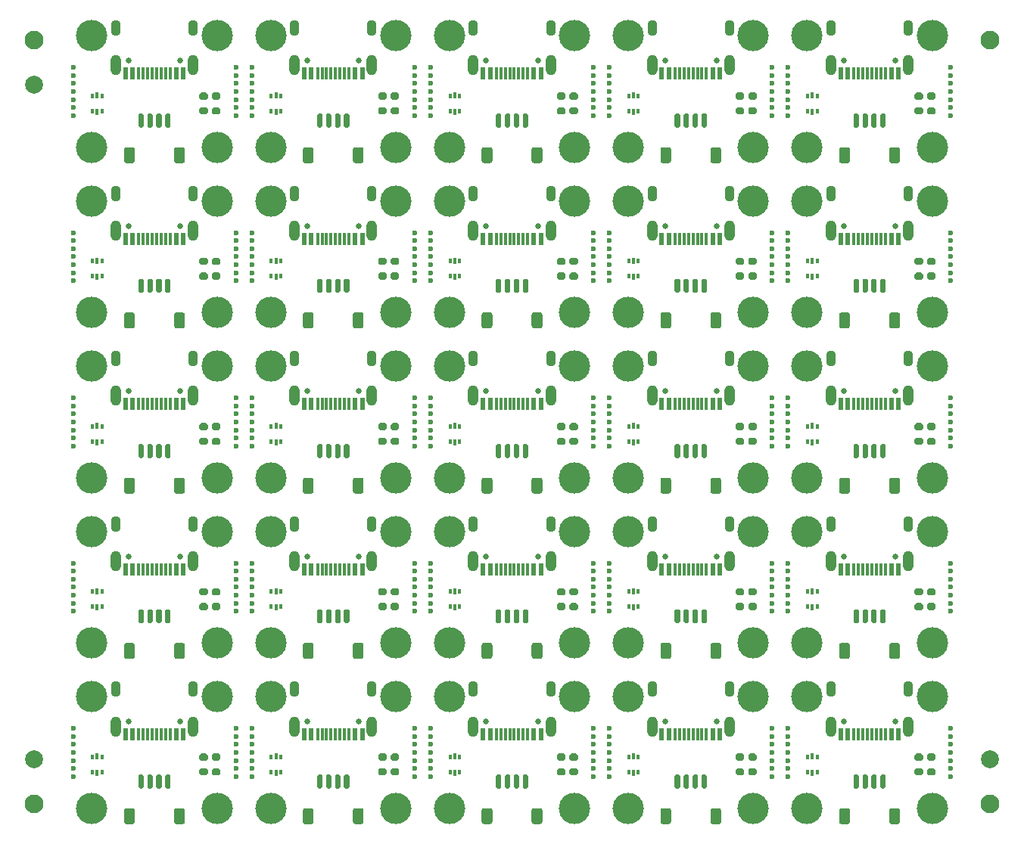
<source format=gts>
%TF.GenerationSoftware,KiCad,Pcbnew,(5.1.10)-1*%
%TF.CreationDate,2022-06-24T19:56:55+08:00*%
%TF.ProjectId,u1_Warped,75315f57-6172-4706-9564-2e6b69636164,rev?*%
%TF.SameCoordinates,Original*%
%TF.FileFunction,Soldermask,Top*%
%TF.FilePolarity,Negative*%
%FSLAX46Y46*%
G04 Gerber Fmt 4.6, Leading zero omitted, Abs format (unit mm)*
G04 Created by KiCad (PCBNEW (5.1.10)-1) date 2022-06-24 19:56:55*
%MOMM*%
%LPD*%
G01*
G04 APERTURE LIST*
%ADD10C,3.500000*%
%ADD11C,0.600000*%
%ADD12R,0.600000X1.450000*%
%ADD13R,0.300000X1.450000*%
%ADD14O,1.200000X2.300000*%
%ADD15C,0.650000*%
%ADD16O,1.100000X1.800000*%
%ADD17R,0.375000X0.500000*%
%ADD18R,0.300000X0.650000*%
%ADD19C,2.100000*%
%ADD20C,2.000000*%
G04 APERTURE END LIST*
D10*
%TO.C,REF\u002A\u002A*%
X61000000Y-37000000D03*
%TD*%
%TO.C,REF\u002A\u002A*%
X141000000Y-123500000D03*
%TD*%
%TO.C,REF\u002A\u002A*%
X121000000Y-123500000D03*
%TD*%
%TO.C,REF\u002A\u002A*%
X101000000Y-123500000D03*
%TD*%
%TO.C,REF\u002A\u002A*%
X81000000Y-123500000D03*
%TD*%
%TO.C,REF\u002A\u002A*%
X61000000Y-123500000D03*
%TD*%
%TO.C,REF\u002A\u002A*%
X141000000Y-105000000D03*
%TD*%
%TO.C,REF\u002A\u002A*%
X121000000Y-105000000D03*
%TD*%
%TO.C,REF\u002A\u002A*%
X101000000Y-105000000D03*
%TD*%
%TO.C,REF\u002A\u002A*%
X81000000Y-105000000D03*
%TD*%
%TO.C,REF\u002A\u002A*%
X61000000Y-105000000D03*
%TD*%
%TO.C,REF\u002A\u002A*%
X141000000Y-86500000D03*
%TD*%
%TO.C,REF\u002A\u002A*%
X121000000Y-86500000D03*
%TD*%
%TO.C,REF\u002A\u002A*%
X101000000Y-86500000D03*
%TD*%
%TO.C,REF\u002A\u002A*%
X81000000Y-86500000D03*
%TD*%
%TO.C,REF\u002A\u002A*%
X61000000Y-86500000D03*
%TD*%
%TO.C,REF\u002A\u002A*%
X141000000Y-68000000D03*
%TD*%
%TO.C,REF\u002A\u002A*%
X121000000Y-68000000D03*
%TD*%
%TO.C,REF\u002A\u002A*%
X101000000Y-68000000D03*
%TD*%
%TO.C,REF\u002A\u002A*%
X81000000Y-68000000D03*
%TD*%
%TO.C,REF\u002A\u002A*%
X61000000Y-68000000D03*
%TD*%
%TO.C,REF\u002A\u002A*%
X141000000Y-49500000D03*
%TD*%
%TO.C,REF\u002A\u002A*%
X121000000Y-49500000D03*
%TD*%
%TO.C,REF\u002A\u002A*%
X101000000Y-49500000D03*
%TD*%
%TO.C,REF\u002A\u002A*%
X81000000Y-49500000D03*
%TD*%
%TO.C,REF\u002A\u002A*%
X127000000Y-123500000D03*
%TD*%
%TO.C,REF\u002A\u002A*%
X107000000Y-123500000D03*
%TD*%
%TO.C,REF\u002A\u002A*%
X87000000Y-123500000D03*
%TD*%
%TO.C,REF\u002A\u002A*%
X67000000Y-123500000D03*
%TD*%
%TO.C,REF\u002A\u002A*%
X47000000Y-123500000D03*
%TD*%
%TO.C,REF\u002A\u002A*%
X127000000Y-105000000D03*
%TD*%
%TO.C,REF\u002A\u002A*%
X107000000Y-105000000D03*
%TD*%
%TO.C,REF\u002A\u002A*%
X87000000Y-105000000D03*
%TD*%
%TO.C,REF\u002A\u002A*%
X67000000Y-105000000D03*
%TD*%
%TO.C,REF\u002A\u002A*%
X47000000Y-105000000D03*
%TD*%
%TO.C,REF\u002A\u002A*%
X127000000Y-86500000D03*
%TD*%
%TO.C,REF\u002A\u002A*%
X107000000Y-86500000D03*
%TD*%
%TO.C,REF\u002A\u002A*%
X87000000Y-86500000D03*
%TD*%
%TO.C,REF\u002A\u002A*%
X67000000Y-86500000D03*
%TD*%
%TO.C,REF\u002A\u002A*%
X47000000Y-86500000D03*
%TD*%
%TO.C,REF\u002A\u002A*%
X127000000Y-68000000D03*
%TD*%
%TO.C,REF\u002A\u002A*%
X107000000Y-68000000D03*
%TD*%
%TO.C,REF\u002A\u002A*%
X87000000Y-68000000D03*
%TD*%
%TO.C,REF\u002A\u002A*%
X67000000Y-68000000D03*
%TD*%
%TO.C,REF\u002A\u002A*%
X47000000Y-68000000D03*
%TD*%
%TO.C,REF\u002A\u002A*%
X127000000Y-49500000D03*
%TD*%
%TO.C,REF\u002A\u002A*%
X107000000Y-49500000D03*
%TD*%
%TO.C,REF\u002A\u002A*%
X87000000Y-49500000D03*
%TD*%
%TO.C,REF\u002A\u002A*%
X67000000Y-49500000D03*
%TD*%
%TO.C,REF\u002A\u002A*%
X141000000Y-111000000D03*
%TD*%
%TO.C,REF\u002A\u002A*%
X121000000Y-111000000D03*
%TD*%
%TO.C,REF\u002A\u002A*%
X101000000Y-111000000D03*
%TD*%
%TO.C,REF\u002A\u002A*%
X81000000Y-111000000D03*
%TD*%
%TO.C,REF\u002A\u002A*%
X61000000Y-111000000D03*
%TD*%
%TO.C,REF\u002A\u002A*%
X141000000Y-92500000D03*
%TD*%
%TO.C,REF\u002A\u002A*%
X121000000Y-92500000D03*
%TD*%
%TO.C,REF\u002A\u002A*%
X101000000Y-92500000D03*
%TD*%
%TO.C,REF\u002A\u002A*%
X81000000Y-92500000D03*
%TD*%
%TO.C,REF\u002A\u002A*%
X61000000Y-92500000D03*
%TD*%
%TO.C,REF\u002A\u002A*%
X141000000Y-74000000D03*
%TD*%
%TO.C,REF\u002A\u002A*%
X121000000Y-74000000D03*
%TD*%
%TO.C,REF\u002A\u002A*%
X101000000Y-74000000D03*
%TD*%
%TO.C,REF\u002A\u002A*%
X81000000Y-74000000D03*
%TD*%
%TO.C,REF\u002A\u002A*%
X61000000Y-74000000D03*
%TD*%
%TO.C,REF\u002A\u002A*%
X141000000Y-55500000D03*
%TD*%
%TO.C,REF\u002A\u002A*%
X121000000Y-55500000D03*
%TD*%
%TO.C,REF\u002A\u002A*%
X101000000Y-55500000D03*
%TD*%
%TO.C,REF\u002A\u002A*%
X81000000Y-55500000D03*
%TD*%
%TO.C,REF\u002A\u002A*%
X61000000Y-55500000D03*
%TD*%
%TO.C,REF\u002A\u002A*%
X141000000Y-37000000D03*
%TD*%
%TO.C,REF\u002A\u002A*%
X121000000Y-37000000D03*
%TD*%
%TO.C,REF\u002A\u002A*%
X101000000Y-37000000D03*
%TD*%
%TO.C,REF\u002A\u002A*%
X81000000Y-37000000D03*
%TD*%
%TO.C,REF\u002A\u002A*%
X127000000Y-111000000D03*
%TD*%
%TO.C,REF\u002A\u002A*%
X107000000Y-111000000D03*
%TD*%
%TO.C,REF\u002A\u002A*%
X87000000Y-111000000D03*
%TD*%
%TO.C,REF\u002A\u002A*%
X67000000Y-111000000D03*
%TD*%
%TO.C,REF\u002A\u002A*%
X47000000Y-111000000D03*
%TD*%
%TO.C,REF\u002A\u002A*%
X127000000Y-92500000D03*
%TD*%
%TO.C,REF\u002A\u002A*%
X107000000Y-92500000D03*
%TD*%
%TO.C,REF\u002A\u002A*%
X87000000Y-92500000D03*
%TD*%
%TO.C,REF\u002A\u002A*%
X67000000Y-92500000D03*
%TD*%
%TO.C,REF\u002A\u002A*%
X47000000Y-92500000D03*
%TD*%
%TO.C,REF\u002A\u002A*%
X127000000Y-74000000D03*
%TD*%
%TO.C,REF\u002A\u002A*%
X107000000Y-74000000D03*
%TD*%
%TO.C,REF\u002A\u002A*%
X87000000Y-74000000D03*
%TD*%
%TO.C,REF\u002A\u002A*%
X67000000Y-74000000D03*
%TD*%
%TO.C,REF\u002A\u002A*%
X47000000Y-74000000D03*
%TD*%
%TO.C,REF\u002A\u002A*%
X127000000Y-55500000D03*
%TD*%
%TO.C,REF\u002A\u002A*%
X107000000Y-55500000D03*
%TD*%
%TO.C,REF\u002A\u002A*%
X87000000Y-55500000D03*
%TD*%
%TO.C,REF\u002A\u002A*%
X67000000Y-55500000D03*
%TD*%
%TO.C,REF\u002A\u002A*%
X47000000Y-55500000D03*
%TD*%
%TO.C,REF\u002A\u002A*%
X127000000Y-37000000D03*
%TD*%
%TO.C,REF\u002A\u002A*%
X107000000Y-37000000D03*
%TD*%
%TO.C,REF\u002A\u002A*%
X87000000Y-37000000D03*
%TD*%
%TO.C,REF\u002A\u002A*%
X67000000Y-37000000D03*
%TD*%
D11*
%TO.C,REF\u002A\u002A*%
X143100000Y-119950000D03*
X143100000Y-114550000D03*
X143100000Y-119050000D03*
X143100000Y-115450000D03*
X143100000Y-118150000D03*
X143100000Y-117250000D03*
X143100000Y-116350000D03*
%TD*%
%TO.C,REF\u002A\u002A*%
X123100000Y-119950000D03*
X123100000Y-114550000D03*
X123100000Y-119050000D03*
X123100000Y-115450000D03*
X123100000Y-118150000D03*
X123100000Y-117250000D03*
X123100000Y-116350000D03*
%TD*%
%TO.C,REF\u002A\u002A*%
X103100000Y-119950000D03*
X103100000Y-114550000D03*
X103100000Y-119050000D03*
X103100000Y-115450000D03*
X103100000Y-118150000D03*
X103100000Y-117250000D03*
X103100000Y-116350000D03*
%TD*%
%TO.C,REF\u002A\u002A*%
X83100000Y-119950000D03*
X83100000Y-114550000D03*
X83100000Y-119050000D03*
X83100000Y-115450000D03*
X83100000Y-118150000D03*
X83100000Y-117250000D03*
X83100000Y-116350000D03*
%TD*%
%TO.C,REF\u002A\u002A*%
X63100000Y-119950000D03*
X63100000Y-114550000D03*
X63100000Y-119050000D03*
X63100000Y-115450000D03*
X63100000Y-118150000D03*
X63100000Y-117250000D03*
X63100000Y-116350000D03*
%TD*%
%TO.C,REF\u002A\u002A*%
X143100000Y-101450000D03*
X143100000Y-96050000D03*
X143100000Y-100550000D03*
X143100000Y-96950000D03*
X143100000Y-99650000D03*
X143100000Y-98750000D03*
X143100000Y-97850000D03*
%TD*%
%TO.C,REF\u002A\u002A*%
X123100000Y-101450000D03*
X123100000Y-96050000D03*
X123100000Y-100550000D03*
X123100000Y-96950000D03*
X123100000Y-99650000D03*
X123100000Y-98750000D03*
X123100000Y-97850000D03*
%TD*%
%TO.C,REF\u002A\u002A*%
X103100000Y-101450000D03*
X103100000Y-96050000D03*
X103100000Y-100550000D03*
X103100000Y-96950000D03*
X103100000Y-99650000D03*
X103100000Y-98750000D03*
X103100000Y-97850000D03*
%TD*%
%TO.C,REF\u002A\u002A*%
X83100000Y-101450000D03*
X83100000Y-96050000D03*
X83100000Y-100550000D03*
X83100000Y-96950000D03*
X83100000Y-99650000D03*
X83100000Y-98750000D03*
X83100000Y-97850000D03*
%TD*%
%TO.C,REF\u002A\u002A*%
X63100000Y-101450000D03*
X63100000Y-96050000D03*
X63100000Y-100550000D03*
X63100000Y-96950000D03*
X63100000Y-99650000D03*
X63100000Y-98750000D03*
X63100000Y-97850000D03*
%TD*%
%TO.C,REF\u002A\u002A*%
X143100000Y-82950000D03*
X143100000Y-77550000D03*
X143100000Y-82050000D03*
X143100000Y-78450000D03*
X143100000Y-81150000D03*
X143100000Y-80250000D03*
X143100000Y-79350000D03*
%TD*%
%TO.C,REF\u002A\u002A*%
X123100000Y-82950000D03*
X123100000Y-77550000D03*
X123100000Y-82050000D03*
X123100000Y-78450000D03*
X123100000Y-81150000D03*
X123100000Y-80250000D03*
X123100000Y-79350000D03*
%TD*%
%TO.C,REF\u002A\u002A*%
X103100000Y-82950000D03*
X103100000Y-77550000D03*
X103100000Y-82050000D03*
X103100000Y-78450000D03*
X103100000Y-81150000D03*
X103100000Y-80250000D03*
X103100000Y-79350000D03*
%TD*%
%TO.C,REF\u002A\u002A*%
X83100000Y-82950000D03*
X83100000Y-77550000D03*
X83100000Y-82050000D03*
X83100000Y-78450000D03*
X83100000Y-81150000D03*
X83100000Y-80250000D03*
X83100000Y-79350000D03*
%TD*%
%TO.C,REF\u002A\u002A*%
X63100000Y-82950000D03*
X63100000Y-77550000D03*
X63100000Y-82050000D03*
X63100000Y-78450000D03*
X63100000Y-81150000D03*
X63100000Y-80250000D03*
X63100000Y-79350000D03*
%TD*%
%TO.C,REF\u002A\u002A*%
X143100000Y-64450000D03*
X143100000Y-59050000D03*
X143100000Y-63550000D03*
X143100000Y-59950000D03*
X143100000Y-62650000D03*
X143100000Y-61750000D03*
X143100000Y-60850000D03*
%TD*%
%TO.C,REF\u002A\u002A*%
X123100000Y-64450000D03*
X123100000Y-59050000D03*
X123100000Y-63550000D03*
X123100000Y-59950000D03*
X123100000Y-62650000D03*
X123100000Y-61750000D03*
X123100000Y-60850000D03*
%TD*%
%TO.C,REF\u002A\u002A*%
X103100000Y-64450000D03*
X103100000Y-59050000D03*
X103100000Y-63550000D03*
X103100000Y-59950000D03*
X103100000Y-62650000D03*
X103100000Y-61750000D03*
X103100000Y-60850000D03*
%TD*%
%TO.C,REF\u002A\u002A*%
X83100000Y-64450000D03*
X83100000Y-59050000D03*
X83100000Y-63550000D03*
X83100000Y-59950000D03*
X83100000Y-62650000D03*
X83100000Y-61750000D03*
X83100000Y-60850000D03*
%TD*%
%TO.C,REF\u002A\u002A*%
X63100000Y-64450000D03*
X63100000Y-59050000D03*
X63100000Y-63550000D03*
X63100000Y-59950000D03*
X63100000Y-62650000D03*
X63100000Y-61750000D03*
X63100000Y-60850000D03*
%TD*%
%TO.C,REF\u002A\u002A*%
X143100000Y-45950000D03*
X143100000Y-40550000D03*
X143100000Y-45050000D03*
X143100000Y-41450000D03*
X143100000Y-44150000D03*
X143100000Y-43250000D03*
X143100000Y-42350000D03*
%TD*%
%TO.C,REF\u002A\u002A*%
X123100000Y-45950000D03*
X123100000Y-40550000D03*
X123100000Y-45050000D03*
X123100000Y-41450000D03*
X123100000Y-44150000D03*
X123100000Y-43250000D03*
X123100000Y-42350000D03*
%TD*%
%TO.C,REF\u002A\u002A*%
X103100000Y-45950000D03*
X103100000Y-40550000D03*
X103100000Y-45050000D03*
X103100000Y-41450000D03*
X103100000Y-44150000D03*
X103100000Y-43250000D03*
X103100000Y-42350000D03*
%TD*%
%TO.C,REF\u002A\u002A*%
X83100000Y-45950000D03*
X83100000Y-40550000D03*
X83100000Y-45050000D03*
X83100000Y-41450000D03*
X83100000Y-44150000D03*
X83100000Y-43250000D03*
X83100000Y-42350000D03*
%TD*%
%TO.C,R1*%
G36*
G01*
X139225000Y-117375000D02*
X139775000Y-117375000D01*
G75*
G02*
X139975000Y-117575000I0J-200000D01*
G01*
X139975000Y-117975000D01*
G75*
G02*
X139775000Y-118175000I-200000J0D01*
G01*
X139225000Y-118175000D01*
G75*
G02*
X139025000Y-117975000I0J200000D01*
G01*
X139025000Y-117575000D01*
G75*
G02*
X139225000Y-117375000I200000J0D01*
G01*
G37*
G36*
G01*
X139225000Y-119025000D02*
X139775000Y-119025000D01*
G75*
G02*
X139975000Y-119225000I0J-200000D01*
G01*
X139975000Y-119625000D01*
G75*
G02*
X139775000Y-119825000I-200000J0D01*
G01*
X139225000Y-119825000D01*
G75*
G02*
X139025000Y-119625000I0J200000D01*
G01*
X139025000Y-119225000D01*
G75*
G02*
X139225000Y-119025000I200000J0D01*
G01*
G37*
%TD*%
%TO.C,R1*%
G36*
G01*
X119225000Y-117375000D02*
X119775000Y-117375000D01*
G75*
G02*
X119975000Y-117575000I0J-200000D01*
G01*
X119975000Y-117975000D01*
G75*
G02*
X119775000Y-118175000I-200000J0D01*
G01*
X119225000Y-118175000D01*
G75*
G02*
X119025000Y-117975000I0J200000D01*
G01*
X119025000Y-117575000D01*
G75*
G02*
X119225000Y-117375000I200000J0D01*
G01*
G37*
G36*
G01*
X119225000Y-119025000D02*
X119775000Y-119025000D01*
G75*
G02*
X119975000Y-119225000I0J-200000D01*
G01*
X119975000Y-119625000D01*
G75*
G02*
X119775000Y-119825000I-200000J0D01*
G01*
X119225000Y-119825000D01*
G75*
G02*
X119025000Y-119625000I0J200000D01*
G01*
X119025000Y-119225000D01*
G75*
G02*
X119225000Y-119025000I200000J0D01*
G01*
G37*
%TD*%
%TO.C,R1*%
G36*
G01*
X99225000Y-117375000D02*
X99775000Y-117375000D01*
G75*
G02*
X99975000Y-117575000I0J-200000D01*
G01*
X99975000Y-117975000D01*
G75*
G02*
X99775000Y-118175000I-200000J0D01*
G01*
X99225000Y-118175000D01*
G75*
G02*
X99025000Y-117975000I0J200000D01*
G01*
X99025000Y-117575000D01*
G75*
G02*
X99225000Y-117375000I200000J0D01*
G01*
G37*
G36*
G01*
X99225000Y-119025000D02*
X99775000Y-119025000D01*
G75*
G02*
X99975000Y-119225000I0J-200000D01*
G01*
X99975000Y-119625000D01*
G75*
G02*
X99775000Y-119825000I-200000J0D01*
G01*
X99225000Y-119825000D01*
G75*
G02*
X99025000Y-119625000I0J200000D01*
G01*
X99025000Y-119225000D01*
G75*
G02*
X99225000Y-119025000I200000J0D01*
G01*
G37*
%TD*%
%TO.C,R1*%
G36*
G01*
X79225000Y-117375000D02*
X79775000Y-117375000D01*
G75*
G02*
X79975000Y-117575000I0J-200000D01*
G01*
X79975000Y-117975000D01*
G75*
G02*
X79775000Y-118175000I-200000J0D01*
G01*
X79225000Y-118175000D01*
G75*
G02*
X79025000Y-117975000I0J200000D01*
G01*
X79025000Y-117575000D01*
G75*
G02*
X79225000Y-117375000I200000J0D01*
G01*
G37*
G36*
G01*
X79225000Y-119025000D02*
X79775000Y-119025000D01*
G75*
G02*
X79975000Y-119225000I0J-200000D01*
G01*
X79975000Y-119625000D01*
G75*
G02*
X79775000Y-119825000I-200000J0D01*
G01*
X79225000Y-119825000D01*
G75*
G02*
X79025000Y-119625000I0J200000D01*
G01*
X79025000Y-119225000D01*
G75*
G02*
X79225000Y-119025000I200000J0D01*
G01*
G37*
%TD*%
%TO.C,R1*%
G36*
G01*
X59225000Y-117375000D02*
X59775000Y-117375000D01*
G75*
G02*
X59975000Y-117575000I0J-200000D01*
G01*
X59975000Y-117975000D01*
G75*
G02*
X59775000Y-118175000I-200000J0D01*
G01*
X59225000Y-118175000D01*
G75*
G02*
X59025000Y-117975000I0J200000D01*
G01*
X59025000Y-117575000D01*
G75*
G02*
X59225000Y-117375000I200000J0D01*
G01*
G37*
G36*
G01*
X59225000Y-119025000D02*
X59775000Y-119025000D01*
G75*
G02*
X59975000Y-119225000I0J-200000D01*
G01*
X59975000Y-119625000D01*
G75*
G02*
X59775000Y-119825000I-200000J0D01*
G01*
X59225000Y-119825000D01*
G75*
G02*
X59025000Y-119625000I0J200000D01*
G01*
X59025000Y-119225000D01*
G75*
G02*
X59225000Y-119025000I200000J0D01*
G01*
G37*
%TD*%
%TO.C,R1*%
G36*
G01*
X139225000Y-98875000D02*
X139775000Y-98875000D01*
G75*
G02*
X139975000Y-99075000I0J-200000D01*
G01*
X139975000Y-99475000D01*
G75*
G02*
X139775000Y-99675000I-200000J0D01*
G01*
X139225000Y-99675000D01*
G75*
G02*
X139025000Y-99475000I0J200000D01*
G01*
X139025000Y-99075000D01*
G75*
G02*
X139225000Y-98875000I200000J0D01*
G01*
G37*
G36*
G01*
X139225000Y-100525000D02*
X139775000Y-100525000D01*
G75*
G02*
X139975000Y-100725000I0J-200000D01*
G01*
X139975000Y-101125000D01*
G75*
G02*
X139775000Y-101325000I-200000J0D01*
G01*
X139225000Y-101325000D01*
G75*
G02*
X139025000Y-101125000I0J200000D01*
G01*
X139025000Y-100725000D01*
G75*
G02*
X139225000Y-100525000I200000J0D01*
G01*
G37*
%TD*%
%TO.C,R1*%
G36*
G01*
X119225000Y-98875000D02*
X119775000Y-98875000D01*
G75*
G02*
X119975000Y-99075000I0J-200000D01*
G01*
X119975000Y-99475000D01*
G75*
G02*
X119775000Y-99675000I-200000J0D01*
G01*
X119225000Y-99675000D01*
G75*
G02*
X119025000Y-99475000I0J200000D01*
G01*
X119025000Y-99075000D01*
G75*
G02*
X119225000Y-98875000I200000J0D01*
G01*
G37*
G36*
G01*
X119225000Y-100525000D02*
X119775000Y-100525000D01*
G75*
G02*
X119975000Y-100725000I0J-200000D01*
G01*
X119975000Y-101125000D01*
G75*
G02*
X119775000Y-101325000I-200000J0D01*
G01*
X119225000Y-101325000D01*
G75*
G02*
X119025000Y-101125000I0J200000D01*
G01*
X119025000Y-100725000D01*
G75*
G02*
X119225000Y-100525000I200000J0D01*
G01*
G37*
%TD*%
%TO.C,R1*%
G36*
G01*
X99225000Y-98875000D02*
X99775000Y-98875000D01*
G75*
G02*
X99975000Y-99075000I0J-200000D01*
G01*
X99975000Y-99475000D01*
G75*
G02*
X99775000Y-99675000I-200000J0D01*
G01*
X99225000Y-99675000D01*
G75*
G02*
X99025000Y-99475000I0J200000D01*
G01*
X99025000Y-99075000D01*
G75*
G02*
X99225000Y-98875000I200000J0D01*
G01*
G37*
G36*
G01*
X99225000Y-100525000D02*
X99775000Y-100525000D01*
G75*
G02*
X99975000Y-100725000I0J-200000D01*
G01*
X99975000Y-101125000D01*
G75*
G02*
X99775000Y-101325000I-200000J0D01*
G01*
X99225000Y-101325000D01*
G75*
G02*
X99025000Y-101125000I0J200000D01*
G01*
X99025000Y-100725000D01*
G75*
G02*
X99225000Y-100525000I200000J0D01*
G01*
G37*
%TD*%
%TO.C,R1*%
G36*
G01*
X79225000Y-98875000D02*
X79775000Y-98875000D01*
G75*
G02*
X79975000Y-99075000I0J-200000D01*
G01*
X79975000Y-99475000D01*
G75*
G02*
X79775000Y-99675000I-200000J0D01*
G01*
X79225000Y-99675000D01*
G75*
G02*
X79025000Y-99475000I0J200000D01*
G01*
X79025000Y-99075000D01*
G75*
G02*
X79225000Y-98875000I200000J0D01*
G01*
G37*
G36*
G01*
X79225000Y-100525000D02*
X79775000Y-100525000D01*
G75*
G02*
X79975000Y-100725000I0J-200000D01*
G01*
X79975000Y-101125000D01*
G75*
G02*
X79775000Y-101325000I-200000J0D01*
G01*
X79225000Y-101325000D01*
G75*
G02*
X79025000Y-101125000I0J200000D01*
G01*
X79025000Y-100725000D01*
G75*
G02*
X79225000Y-100525000I200000J0D01*
G01*
G37*
%TD*%
%TO.C,R1*%
G36*
G01*
X59225000Y-98875000D02*
X59775000Y-98875000D01*
G75*
G02*
X59975000Y-99075000I0J-200000D01*
G01*
X59975000Y-99475000D01*
G75*
G02*
X59775000Y-99675000I-200000J0D01*
G01*
X59225000Y-99675000D01*
G75*
G02*
X59025000Y-99475000I0J200000D01*
G01*
X59025000Y-99075000D01*
G75*
G02*
X59225000Y-98875000I200000J0D01*
G01*
G37*
G36*
G01*
X59225000Y-100525000D02*
X59775000Y-100525000D01*
G75*
G02*
X59975000Y-100725000I0J-200000D01*
G01*
X59975000Y-101125000D01*
G75*
G02*
X59775000Y-101325000I-200000J0D01*
G01*
X59225000Y-101325000D01*
G75*
G02*
X59025000Y-101125000I0J200000D01*
G01*
X59025000Y-100725000D01*
G75*
G02*
X59225000Y-100525000I200000J0D01*
G01*
G37*
%TD*%
%TO.C,R1*%
G36*
G01*
X139225000Y-80375000D02*
X139775000Y-80375000D01*
G75*
G02*
X139975000Y-80575000I0J-200000D01*
G01*
X139975000Y-80975000D01*
G75*
G02*
X139775000Y-81175000I-200000J0D01*
G01*
X139225000Y-81175000D01*
G75*
G02*
X139025000Y-80975000I0J200000D01*
G01*
X139025000Y-80575000D01*
G75*
G02*
X139225000Y-80375000I200000J0D01*
G01*
G37*
G36*
G01*
X139225000Y-82025000D02*
X139775000Y-82025000D01*
G75*
G02*
X139975000Y-82225000I0J-200000D01*
G01*
X139975000Y-82625000D01*
G75*
G02*
X139775000Y-82825000I-200000J0D01*
G01*
X139225000Y-82825000D01*
G75*
G02*
X139025000Y-82625000I0J200000D01*
G01*
X139025000Y-82225000D01*
G75*
G02*
X139225000Y-82025000I200000J0D01*
G01*
G37*
%TD*%
%TO.C,R1*%
G36*
G01*
X119225000Y-80375000D02*
X119775000Y-80375000D01*
G75*
G02*
X119975000Y-80575000I0J-200000D01*
G01*
X119975000Y-80975000D01*
G75*
G02*
X119775000Y-81175000I-200000J0D01*
G01*
X119225000Y-81175000D01*
G75*
G02*
X119025000Y-80975000I0J200000D01*
G01*
X119025000Y-80575000D01*
G75*
G02*
X119225000Y-80375000I200000J0D01*
G01*
G37*
G36*
G01*
X119225000Y-82025000D02*
X119775000Y-82025000D01*
G75*
G02*
X119975000Y-82225000I0J-200000D01*
G01*
X119975000Y-82625000D01*
G75*
G02*
X119775000Y-82825000I-200000J0D01*
G01*
X119225000Y-82825000D01*
G75*
G02*
X119025000Y-82625000I0J200000D01*
G01*
X119025000Y-82225000D01*
G75*
G02*
X119225000Y-82025000I200000J0D01*
G01*
G37*
%TD*%
%TO.C,R1*%
G36*
G01*
X99225000Y-80375000D02*
X99775000Y-80375000D01*
G75*
G02*
X99975000Y-80575000I0J-200000D01*
G01*
X99975000Y-80975000D01*
G75*
G02*
X99775000Y-81175000I-200000J0D01*
G01*
X99225000Y-81175000D01*
G75*
G02*
X99025000Y-80975000I0J200000D01*
G01*
X99025000Y-80575000D01*
G75*
G02*
X99225000Y-80375000I200000J0D01*
G01*
G37*
G36*
G01*
X99225000Y-82025000D02*
X99775000Y-82025000D01*
G75*
G02*
X99975000Y-82225000I0J-200000D01*
G01*
X99975000Y-82625000D01*
G75*
G02*
X99775000Y-82825000I-200000J0D01*
G01*
X99225000Y-82825000D01*
G75*
G02*
X99025000Y-82625000I0J200000D01*
G01*
X99025000Y-82225000D01*
G75*
G02*
X99225000Y-82025000I200000J0D01*
G01*
G37*
%TD*%
%TO.C,R1*%
G36*
G01*
X79225000Y-80375000D02*
X79775000Y-80375000D01*
G75*
G02*
X79975000Y-80575000I0J-200000D01*
G01*
X79975000Y-80975000D01*
G75*
G02*
X79775000Y-81175000I-200000J0D01*
G01*
X79225000Y-81175000D01*
G75*
G02*
X79025000Y-80975000I0J200000D01*
G01*
X79025000Y-80575000D01*
G75*
G02*
X79225000Y-80375000I200000J0D01*
G01*
G37*
G36*
G01*
X79225000Y-82025000D02*
X79775000Y-82025000D01*
G75*
G02*
X79975000Y-82225000I0J-200000D01*
G01*
X79975000Y-82625000D01*
G75*
G02*
X79775000Y-82825000I-200000J0D01*
G01*
X79225000Y-82825000D01*
G75*
G02*
X79025000Y-82625000I0J200000D01*
G01*
X79025000Y-82225000D01*
G75*
G02*
X79225000Y-82025000I200000J0D01*
G01*
G37*
%TD*%
%TO.C,R1*%
G36*
G01*
X59225000Y-80375000D02*
X59775000Y-80375000D01*
G75*
G02*
X59975000Y-80575000I0J-200000D01*
G01*
X59975000Y-80975000D01*
G75*
G02*
X59775000Y-81175000I-200000J0D01*
G01*
X59225000Y-81175000D01*
G75*
G02*
X59025000Y-80975000I0J200000D01*
G01*
X59025000Y-80575000D01*
G75*
G02*
X59225000Y-80375000I200000J0D01*
G01*
G37*
G36*
G01*
X59225000Y-82025000D02*
X59775000Y-82025000D01*
G75*
G02*
X59975000Y-82225000I0J-200000D01*
G01*
X59975000Y-82625000D01*
G75*
G02*
X59775000Y-82825000I-200000J0D01*
G01*
X59225000Y-82825000D01*
G75*
G02*
X59025000Y-82625000I0J200000D01*
G01*
X59025000Y-82225000D01*
G75*
G02*
X59225000Y-82025000I200000J0D01*
G01*
G37*
%TD*%
%TO.C,R1*%
G36*
G01*
X139225000Y-61875000D02*
X139775000Y-61875000D01*
G75*
G02*
X139975000Y-62075000I0J-200000D01*
G01*
X139975000Y-62475000D01*
G75*
G02*
X139775000Y-62675000I-200000J0D01*
G01*
X139225000Y-62675000D01*
G75*
G02*
X139025000Y-62475000I0J200000D01*
G01*
X139025000Y-62075000D01*
G75*
G02*
X139225000Y-61875000I200000J0D01*
G01*
G37*
G36*
G01*
X139225000Y-63525000D02*
X139775000Y-63525000D01*
G75*
G02*
X139975000Y-63725000I0J-200000D01*
G01*
X139975000Y-64125000D01*
G75*
G02*
X139775000Y-64325000I-200000J0D01*
G01*
X139225000Y-64325000D01*
G75*
G02*
X139025000Y-64125000I0J200000D01*
G01*
X139025000Y-63725000D01*
G75*
G02*
X139225000Y-63525000I200000J0D01*
G01*
G37*
%TD*%
%TO.C,R1*%
G36*
G01*
X119225000Y-61875000D02*
X119775000Y-61875000D01*
G75*
G02*
X119975000Y-62075000I0J-200000D01*
G01*
X119975000Y-62475000D01*
G75*
G02*
X119775000Y-62675000I-200000J0D01*
G01*
X119225000Y-62675000D01*
G75*
G02*
X119025000Y-62475000I0J200000D01*
G01*
X119025000Y-62075000D01*
G75*
G02*
X119225000Y-61875000I200000J0D01*
G01*
G37*
G36*
G01*
X119225000Y-63525000D02*
X119775000Y-63525000D01*
G75*
G02*
X119975000Y-63725000I0J-200000D01*
G01*
X119975000Y-64125000D01*
G75*
G02*
X119775000Y-64325000I-200000J0D01*
G01*
X119225000Y-64325000D01*
G75*
G02*
X119025000Y-64125000I0J200000D01*
G01*
X119025000Y-63725000D01*
G75*
G02*
X119225000Y-63525000I200000J0D01*
G01*
G37*
%TD*%
%TO.C,R1*%
G36*
G01*
X99225000Y-61875000D02*
X99775000Y-61875000D01*
G75*
G02*
X99975000Y-62075000I0J-200000D01*
G01*
X99975000Y-62475000D01*
G75*
G02*
X99775000Y-62675000I-200000J0D01*
G01*
X99225000Y-62675000D01*
G75*
G02*
X99025000Y-62475000I0J200000D01*
G01*
X99025000Y-62075000D01*
G75*
G02*
X99225000Y-61875000I200000J0D01*
G01*
G37*
G36*
G01*
X99225000Y-63525000D02*
X99775000Y-63525000D01*
G75*
G02*
X99975000Y-63725000I0J-200000D01*
G01*
X99975000Y-64125000D01*
G75*
G02*
X99775000Y-64325000I-200000J0D01*
G01*
X99225000Y-64325000D01*
G75*
G02*
X99025000Y-64125000I0J200000D01*
G01*
X99025000Y-63725000D01*
G75*
G02*
X99225000Y-63525000I200000J0D01*
G01*
G37*
%TD*%
%TO.C,R1*%
G36*
G01*
X79225000Y-61875000D02*
X79775000Y-61875000D01*
G75*
G02*
X79975000Y-62075000I0J-200000D01*
G01*
X79975000Y-62475000D01*
G75*
G02*
X79775000Y-62675000I-200000J0D01*
G01*
X79225000Y-62675000D01*
G75*
G02*
X79025000Y-62475000I0J200000D01*
G01*
X79025000Y-62075000D01*
G75*
G02*
X79225000Y-61875000I200000J0D01*
G01*
G37*
G36*
G01*
X79225000Y-63525000D02*
X79775000Y-63525000D01*
G75*
G02*
X79975000Y-63725000I0J-200000D01*
G01*
X79975000Y-64125000D01*
G75*
G02*
X79775000Y-64325000I-200000J0D01*
G01*
X79225000Y-64325000D01*
G75*
G02*
X79025000Y-64125000I0J200000D01*
G01*
X79025000Y-63725000D01*
G75*
G02*
X79225000Y-63525000I200000J0D01*
G01*
G37*
%TD*%
%TO.C,R1*%
G36*
G01*
X59225000Y-61875000D02*
X59775000Y-61875000D01*
G75*
G02*
X59975000Y-62075000I0J-200000D01*
G01*
X59975000Y-62475000D01*
G75*
G02*
X59775000Y-62675000I-200000J0D01*
G01*
X59225000Y-62675000D01*
G75*
G02*
X59025000Y-62475000I0J200000D01*
G01*
X59025000Y-62075000D01*
G75*
G02*
X59225000Y-61875000I200000J0D01*
G01*
G37*
G36*
G01*
X59225000Y-63525000D02*
X59775000Y-63525000D01*
G75*
G02*
X59975000Y-63725000I0J-200000D01*
G01*
X59975000Y-64125000D01*
G75*
G02*
X59775000Y-64325000I-200000J0D01*
G01*
X59225000Y-64325000D01*
G75*
G02*
X59025000Y-64125000I0J200000D01*
G01*
X59025000Y-63725000D01*
G75*
G02*
X59225000Y-63525000I200000J0D01*
G01*
G37*
%TD*%
%TO.C,R1*%
G36*
G01*
X139225000Y-43375000D02*
X139775000Y-43375000D01*
G75*
G02*
X139975000Y-43575000I0J-200000D01*
G01*
X139975000Y-43975000D01*
G75*
G02*
X139775000Y-44175000I-200000J0D01*
G01*
X139225000Y-44175000D01*
G75*
G02*
X139025000Y-43975000I0J200000D01*
G01*
X139025000Y-43575000D01*
G75*
G02*
X139225000Y-43375000I200000J0D01*
G01*
G37*
G36*
G01*
X139225000Y-45025000D02*
X139775000Y-45025000D01*
G75*
G02*
X139975000Y-45225000I0J-200000D01*
G01*
X139975000Y-45625000D01*
G75*
G02*
X139775000Y-45825000I-200000J0D01*
G01*
X139225000Y-45825000D01*
G75*
G02*
X139025000Y-45625000I0J200000D01*
G01*
X139025000Y-45225000D01*
G75*
G02*
X139225000Y-45025000I200000J0D01*
G01*
G37*
%TD*%
%TO.C,R1*%
G36*
G01*
X119225000Y-43375000D02*
X119775000Y-43375000D01*
G75*
G02*
X119975000Y-43575000I0J-200000D01*
G01*
X119975000Y-43975000D01*
G75*
G02*
X119775000Y-44175000I-200000J0D01*
G01*
X119225000Y-44175000D01*
G75*
G02*
X119025000Y-43975000I0J200000D01*
G01*
X119025000Y-43575000D01*
G75*
G02*
X119225000Y-43375000I200000J0D01*
G01*
G37*
G36*
G01*
X119225000Y-45025000D02*
X119775000Y-45025000D01*
G75*
G02*
X119975000Y-45225000I0J-200000D01*
G01*
X119975000Y-45625000D01*
G75*
G02*
X119775000Y-45825000I-200000J0D01*
G01*
X119225000Y-45825000D01*
G75*
G02*
X119025000Y-45625000I0J200000D01*
G01*
X119025000Y-45225000D01*
G75*
G02*
X119225000Y-45025000I200000J0D01*
G01*
G37*
%TD*%
%TO.C,R1*%
G36*
G01*
X99225000Y-43375000D02*
X99775000Y-43375000D01*
G75*
G02*
X99975000Y-43575000I0J-200000D01*
G01*
X99975000Y-43975000D01*
G75*
G02*
X99775000Y-44175000I-200000J0D01*
G01*
X99225000Y-44175000D01*
G75*
G02*
X99025000Y-43975000I0J200000D01*
G01*
X99025000Y-43575000D01*
G75*
G02*
X99225000Y-43375000I200000J0D01*
G01*
G37*
G36*
G01*
X99225000Y-45025000D02*
X99775000Y-45025000D01*
G75*
G02*
X99975000Y-45225000I0J-200000D01*
G01*
X99975000Y-45625000D01*
G75*
G02*
X99775000Y-45825000I-200000J0D01*
G01*
X99225000Y-45825000D01*
G75*
G02*
X99025000Y-45625000I0J200000D01*
G01*
X99025000Y-45225000D01*
G75*
G02*
X99225000Y-45025000I200000J0D01*
G01*
G37*
%TD*%
%TO.C,R1*%
G36*
G01*
X79225000Y-43375000D02*
X79775000Y-43375000D01*
G75*
G02*
X79975000Y-43575000I0J-200000D01*
G01*
X79975000Y-43975000D01*
G75*
G02*
X79775000Y-44175000I-200000J0D01*
G01*
X79225000Y-44175000D01*
G75*
G02*
X79025000Y-43975000I0J200000D01*
G01*
X79025000Y-43575000D01*
G75*
G02*
X79225000Y-43375000I200000J0D01*
G01*
G37*
G36*
G01*
X79225000Y-45025000D02*
X79775000Y-45025000D01*
G75*
G02*
X79975000Y-45225000I0J-200000D01*
G01*
X79975000Y-45625000D01*
G75*
G02*
X79775000Y-45825000I-200000J0D01*
G01*
X79225000Y-45825000D01*
G75*
G02*
X79025000Y-45625000I0J200000D01*
G01*
X79025000Y-45225000D01*
G75*
G02*
X79225000Y-45025000I200000J0D01*
G01*
G37*
%TD*%
%TO.C,J2*%
G36*
G01*
X132200000Y-121125000D02*
X132200000Y-119875000D01*
G75*
G02*
X132350000Y-119725000I150000J0D01*
G01*
X132650000Y-119725000D01*
G75*
G02*
X132800000Y-119875000I0J-150000D01*
G01*
X132800000Y-121125000D01*
G75*
G02*
X132650000Y-121275000I-150000J0D01*
G01*
X132350000Y-121275000D01*
G75*
G02*
X132200000Y-121125000I0J150000D01*
G01*
G37*
G36*
G01*
X133200000Y-121125000D02*
X133200000Y-119875000D01*
G75*
G02*
X133350000Y-119725000I150000J0D01*
G01*
X133650000Y-119725000D01*
G75*
G02*
X133800000Y-119875000I0J-150000D01*
G01*
X133800000Y-121125000D01*
G75*
G02*
X133650000Y-121275000I-150000J0D01*
G01*
X133350000Y-121275000D01*
G75*
G02*
X133200000Y-121125000I0J150000D01*
G01*
G37*
G36*
G01*
X134200000Y-121125000D02*
X134200000Y-119875000D01*
G75*
G02*
X134350000Y-119725000I150000J0D01*
G01*
X134650000Y-119725000D01*
G75*
G02*
X134800000Y-119875000I0J-150000D01*
G01*
X134800000Y-121125000D01*
G75*
G02*
X134650000Y-121275000I-150000J0D01*
G01*
X134350000Y-121275000D01*
G75*
G02*
X134200000Y-121125000I0J150000D01*
G01*
G37*
G36*
G01*
X135200000Y-121125000D02*
X135200000Y-119875000D01*
G75*
G02*
X135350000Y-119725000I150000J0D01*
G01*
X135650000Y-119725000D01*
G75*
G02*
X135800000Y-119875000I0J-150000D01*
G01*
X135800000Y-121125000D01*
G75*
G02*
X135650000Y-121275000I-150000J0D01*
G01*
X135350000Y-121275000D01*
G75*
G02*
X135200000Y-121125000I0J150000D01*
G01*
G37*
G36*
G01*
X130600000Y-125025001D02*
X130600000Y-123724999D01*
G75*
G02*
X130849999Y-123475000I249999J0D01*
G01*
X131550001Y-123475000D01*
G75*
G02*
X131800000Y-123724999I0J-249999D01*
G01*
X131800000Y-125025001D01*
G75*
G02*
X131550001Y-125275000I-249999J0D01*
G01*
X130849999Y-125275000D01*
G75*
G02*
X130600000Y-125025001I0J249999D01*
G01*
G37*
G36*
G01*
X136200000Y-125025001D02*
X136200000Y-123724999D01*
G75*
G02*
X136449999Y-123475000I249999J0D01*
G01*
X137150001Y-123475000D01*
G75*
G02*
X137400000Y-123724999I0J-249999D01*
G01*
X137400000Y-125025001D01*
G75*
G02*
X137150001Y-125275000I-249999J0D01*
G01*
X136449999Y-125275000D01*
G75*
G02*
X136200000Y-125025001I0J249999D01*
G01*
G37*
%TD*%
%TO.C,J2*%
G36*
G01*
X112200000Y-121125000D02*
X112200000Y-119875000D01*
G75*
G02*
X112350000Y-119725000I150000J0D01*
G01*
X112650000Y-119725000D01*
G75*
G02*
X112800000Y-119875000I0J-150000D01*
G01*
X112800000Y-121125000D01*
G75*
G02*
X112650000Y-121275000I-150000J0D01*
G01*
X112350000Y-121275000D01*
G75*
G02*
X112200000Y-121125000I0J150000D01*
G01*
G37*
G36*
G01*
X113200000Y-121125000D02*
X113200000Y-119875000D01*
G75*
G02*
X113350000Y-119725000I150000J0D01*
G01*
X113650000Y-119725000D01*
G75*
G02*
X113800000Y-119875000I0J-150000D01*
G01*
X113800000Y-121125000D01*
G75*
G02*
X113650000Y-121275000I-150000J0D01*
G01*
X113350000Y-121275000D01*
G75*
G02*
X113200000Y-121125000I0J150000D01*
G01*
G37*
G36*
G01*
X114200000Y-121125000D02*
X114200000Y-119875000D01*
G75*
G02*
X114350000Y-119725000I150000J0D01*
G01*
X114650000Y-119725000D01*
G75*
G02*
X114800000Y-119875000I0J-150000D01*
G01*
X114800000Y-121125000D01*
G75*
G02*
X114650000Y-121275000I-150000J0D01*
G01*
X114350000Y-121275000D01*
G75*
G02*
X114200000Y-121125000I0J150000D01*
G01*
G37*
G36*
G01*
X115200000Y-121125000D02*
X115200000Y-119875000D01*
G75*
G02*
X115350000Y-119725000I150000J0D01*
G01*
X115650000Y-119725000D01*
G75*
G02*
X115800000Y-119875000I0J-150000D01*
G01*
X115800000Y-121125000D01*
G75*
G02*
X115650000Y-121275000I-150000J0D01*
G01*
X115350000Y-121275000D01*
G75*
G02*
X115200000Y-121125000I0J150000D01*
G01*
G37*
G36*
G01*
X110600000Y-125025001D02*
X110600000Y-123724999D01*
G75*
G02*
X110849999Y-123475000I249999J0D01*
G01*
X111550001Y-123475000D01*
G75*
G02*
X111800000Y-123724999I0J-249999D01*
G01*
X111800000Y-125025001D01*
G75*
G02*
X111550001Y-125275000I-249999J0D01*
G01*
X110849999Y-125275000D01*
G75*
G02*
X110600000Y-125025001I0J249999D01*
G01*
G37*
G36*
G01*
X116200000Y-125025001D02*
X116200000Y-123724999D01*
G75*
G02*
X116449999Y-123475000I249999J0D01*
G01*
X117150001Y-123475000D01*
G75*
G02*
X117400000Y-123724999I0J-249999D01*
G01*
X117400000Y-125025001D01*
G75*
G02*
X117150001Y-125275000I-249999J0D01*
G01*
X116449999Y-125275000D01*
G75*
G02*
X116200000Y-125025001I0J249999D01*
G01*
G37*
%TD*%
%TO.C,J2*%
G36*
G01*
X92200000Y-121125000D02*
X92200000Y-119875000D01*
G75*
G02*
X92350000Y-119725000I150000J0D01*
G01*
X92650000Y-119725000D01*
G75*
G02*
X92800000Y-119875000I0J-150000D01*
G01*
X92800000Y-121125000D01*
G75*
G02*
X92650000Y-121275000I-150000J0D01*
G01*
X92350000Y-121275000D01*
G75*
G02*
X92200000Y-121125000I0J150000D01*
G01*
G37*
G36*
G01*
X93200000Y-121125000D02*
X93200000Y-119875000D01*
G75*
G02*
X93350000Y-119725000I150000J0D01*
G01*
X93650000Y-119725000D01*
G75*
G02*
X93800000Y-119875000I0J-150000D01*
G01*
X93800000Y-121125000D01*
G75*
G02*
X93650000Y-121275000I-150000J0D01*
G01*
X93350000Y-121275000D01*
G75*
G02*
X93200000Y-121125000I0J150000D01*
G01*
G37*
G36*
G01*
X94200000Y-121125000D02*
X94200000Y-119875000D01*
G75*
G02*
X94350000Y-119725000I150000J0D01*
G01*
X94650000Y-119725000D01*
G75*
G02*
X94800000Y-119875000I0J-150000D01*
G01*
X94800000Y-121125000D01*
G75*
G02*
X94650000Y-121275000I-150000J0D01*
G01*
X94350000Y-121275000D01*
G75*
G02*
X94200000Y-121125000I0J150000D01*
G01*
G37*
G36*
G01*
X95200000Y-121125000D02*
X95200000Y-119875000D01*
G75*
G02*
X95350000Y-119725000I150000J0D01*
G01*
X95650000Y-119725000D01*
G75*
G02*
X95800000Y-119875000I0J-150000D01*
G01*
X95800000Y-121125000D01*
G75*
G02*
X95650000Y-121275000I-150000J0D01*
G01*
X95350000Y-121275000D01*
G75*
G02*
X95200000Y-121125000I0J150000D01*
G01*
G37*
G36*
G01*
X90600000Y-125025001D02*
X90600000Y-123724999D01*
G75*
G02*
X90849999Y-123475000I249999J0D01*
G01*
X91550001Y-123475000D01*
G75*
G02*
X91800000Y-123724999I0J-249999D01*
G01*
X91800000Y-125025001D01*
G75*
G02*
X91550001Y-125275000I-249999J0D01*
G01*
X90849999Y-125275000D01*
G75*
G02*
X90600000Y-125025001I0J249999D01*
G01*
G37*
G36*
G01*
X96200000Y-125025001D02*
X96200000Y-123724999D01*
G75*
G02*
X96449999Y-123475000I249999J0D01*
G01*
X97150001Y-123475000D01*
G75*
G02*
X97400000Y-123724999I0J-249999D01*
G01*
X97400000Y-125025001D01*
G75*
G02*
X97150001Y-125275000I-249999J0D01*
G01*
X96449999Y-125275000D01*
G75*
G02*
X96200000Y-125025001I0J249999D01*
G01*
G37*
%TD*%
%TO.C,J2*%
G36*
G01*
X72200000Y-121125000D02*
X72200000Y-119875000D01*
G75*
G02*
X72350000Y-119725000I150000J0D01*
G01*
X72650000Y-119725000D01*
G75*
G02*
X72800000Y-119875000I0J-150000D01*
G01*
X72800000Y-121125000D01*
G75*
G02*
X72650000Y-121275000I-150000J0D01*
G01*
X72350000Y-121275000D01*
G75*
G02*
X72200000Y-121125000I0J150000D01*
G01*
G37*
G36*
G01*
X73200000Y-121125000D02*
X73200000Y-119875000D01*
G75*
G02*
X73350000Y-119725000I150000J0D01*
G01*
X73650000Y-119725000D01*
G75*
G02*
X73800000Y-119875000I0J-150000D01*
G01*
X73800000Y-121125000D01*
G75*
G02*
X73650000Y-121275000I-150000J0D01*
G01*
X73350000Y-121275000D01*
G75*
G02*
X73200000Y-121125000I0J150000D01*
G01*
G37*
G36*
G01*
X74200000Y-121125000D02*
X74200000Y-119875000D01*
G75*
G02*
X74350000Y-119725000I150000J0D01*
G01*
X74650000Y-119725000D01*
G75*
G02*
X74800000Y-119875000I0J-150000D01*
G01*
X74800000Y-121125000D01*
G75*
G02*
X74650000Y-121275000I-150000J0D01*
G01*
X74350000Y-121275000D01*
G75*
G02*
X74200000Y-121125000I0J150000D01*
G01*
G37*
G36*
G01*
X75200000Y-121125000D02*
X75200000Y-119875000D01*
G75*
G02*
X75350000Y-119725000I150000J0D01*
G01*
X75650000Y-119725000D01*
G75*
G02*
X75800000Y-119875000I0J-150000D01*
G01*
X75800000Y-121125000D01*
G75*
G02*
X75650000Y-121275000I-150000J0D01*
G01*
X75350000Y-121275000D01*
G75*
G02*
X75200000Y-121125000I0J150000D01*
G01*
G37*
G36*
G01*
X70600000Y-125025001D02*
X70600000Y-123724999D01*
G75*
G02*
X70849999Y-123475000I249999J0D01*
G01*
X71550001Y-123475000D01*
G75*
G02*
X71800000Y-123724999I0J-249999D01*
G01*
X71800000Y-125025001D01*
G75*
G02*
X71550001Y-125275000I-249999J0D01*
G01*
X70849999Y-125275000D01*
G75*
G02*
X70600000Y-125025001I0J249999D01*
G01*
G37*
G36*
G01*
X76200000Y-125025001D02*
X76200000Y-123724999D01*
G75*
G02*
X76449999Y-123475000I249999J0D01*
G01*
X77150001Y-123475000D01*
G75*
G02*
X77400000Y-123724999I0J-249999D01*
G01*
X77400000Y-125025001D01*
G75*
G02*
X77150001Y-125275000I-249999J0D01*
G01*
X76449999Y-125275000D01*
G75*
G02*
X76200000Y-125025001I0J249999D01*
G01*
G37*
%TD*%
%TO.C,J2*%
G36*
G01*
X52200000Y-121125000D02*
X52200000Y-119875000D01*
G75*
G02*
X52350000Y-119725000I150000J0D01*
G01*
X52650000Y-119725000D01*
G75*
G02*
X52800000Y-119875000I0J-150000D01*
G01*
X52800000Y-121125000D01*
G75*
G02*
X52650000Y-121275000I-150000J0D01*
G01*
X52350000Y-121275000D01*
G75*
G02*
X52200000Y-121125000I0J150000D01*
G01*
G37*
G36*
G01*
X53200000Y-121125000D02*
X53200000Y-119875000D01*
G75*
G02*
X53350000Y-119725000I150000J0D01*
G01*
X53650000Y-119725000D01*
G75*
G02*
X53800000Y-119875000I0J-150000D01*
G01*
X53800000Y-121125000D01*
G75*
G02*
X53650000Y-121275000I-150000J0D01*
G01*
X53350000Y-121275000D01*
G75*
G02*
X53200000Y-121125000I0J150000D01*
G01*
G37*
G36*
G01*
X54200000Y-121125000D02*
X54200000Y-119875000D01*
G75*
G02*
X54350000Y-119725000I150000J0D01*
G01*
X54650000Y-119725000D01*
G75*
G02*
X54800000Y-119875000I0J-150000D01*
G01*
X54800000Y-121125000D01*
G75*
G02*
X54650000Y-121275000I-150000J0D01*
G01*
X54350000Y-121275000D01*
G75*
G02*
X54200000Y-121125000I0J150000D01*
G01*
G37*
G36*
G01*
X55200000Y-121125000D02*
X55200000Y-119875000D01*
G75*
G02*
X55350000Y-119725000I150000J0D01*
G01*
X55650000Y-119725000D01*
G75*
G02*
X55800000Y-119875000I0J-150000D01*
G01*
X55800000Y-121125000D01*
G75*
G02*
X55650000Y-121275000I-150000J0D01*
G01*
X55350000Y-121275000D01*
G75*
G02*
X55200000Y-121125000I0J150000D01*
G01*
G37*
G36*
G01*
X50600000Y-125025001D02*
X50600000Y-123724999D01*
G75*
G02*
X50849999Y-123475000I249999J0D01*
G01*
X51550001Y-123475000D01*
G75*
G02*
X51800000Y-123724999I0J-249999D01*
G01*
X51800000Y-125025001D01*
G75*
G02*
X51550001Y-125275000I-249999J0D01*
G01*
X50849999Y-125275000D01*
G75*
G02*
X50600000Y-125025001I0J249999D01*
G01*
G37*
G36*
G01*
X56200000Y-125025001D02*
X56200000Y-123724999D01*
G75*
G02*
X56449999Y-123475000I249999J0D01*
G01*
X57150001Y-123475000D01*
G75*
G02*
X57400000Y-123724999I0J-249999D01*
G01*
X57400000Y-125025001D01*
G75*
G02*
X57150001Y-125275000I-249999J0D01*
G01*
X56449999Y-125275000D01*
G75*
G02*
X56200000Y-125025001I0J249999D01*
G01*
G37*
%TD*%
%TO.C,J2*%
G36*
G01*
X132200000Y-102625000D02*
X132200000Y-101375000D01*
G75*
G02*
X132350000Y-101225000I150000J0D01*
G01*
X132650000Y-101225000D01*
G75*
G02*
X132800000Y-101375000I0J-150000D01*
G01*
X132800000Y-102625000D01*
G75*
G02*
X132650000Y-102775000I-150000J0D01*
G01*
X132350000Y-102775000D01*
G75*
G02*
X132200000Y-102625000I0J150000D01*
G01*
G37*
G36*
G01*
X133200000Y-102625000D02*
X133200000Y-101375000D01*
G75*
G02*
X133350000Y-101225000I150000J0D01*
G01*
X133650000Y-101225000D01*
G75*
G02*
X133800000Y-101375000I0J-150000D01*
G01*
X133800000Y-102625000D01*
G75*
G02*
X133650000Y-102775000I-150000J0D01*
G01*
X133350000Y-102775000D01*
G75*
G02*
X133200000Y-102625000I0J150000D01*
G01*
G37*
G36*
G01*
X134200000Y-102625000D02*
X134200000Y-101375000D01*
G75*
G02*
X134350000Y-101225000I150000J0D01*
G01*
X134650000Y-101225000D01*
G75*
G02*
X134800000Y-101375000I0J-150000D01*
G01*
X134800000Y-102625000D01*
G75*
G02*
X134650000Y-102775000I-150000J0D01*
G01*
X134350000Y-102775000D01*
G75*
G02*
X134200000Y-102625000I0J150000D01*
G01*
G37*
G36*
G01*
X135200000Y-102625000D02*
X135200000Y-101375000D01*
G75*
G02*
X135350000Y-101225000I150000J0D01*
G01*
X135650000Y-101225000D01*
G75*
G02*
X135800000Y-101375000I0J-150000D01*
G01*
X135800000Y-102625000D01*
G75*
G02*
X135650000Y-102775000I-150000J0D01*
G01*
X135350000Y-102775000D01*
G75*
G02*
X135200000Y-102625000I0J150000D01*
G01*
G37*
G36*
G01*
X130600000Y-106525001D02*
X130600000Y-105224999D01*
G75*
G02*
X130849999Y-104975000I249999J0D01*
G01*
X131550001Y-104975000D01*
G75*
G02*
X131800000Y-105224999I0J-249999D01*
G01*
X131800000Y-106525001D01*
G75*
G02*
X131550001Y-106775000I-249999J0D01*
G01*
X130849999Y-106775000D01*
G75*
G02*
X130600000Y-106525001I0J249999D01*
G01*
G37*
G36*
G01*
X136200000Y-106525001D02*
X136200000Y-105224999D01*
G75*
G02*
X136449999Y-104975000I249999J0D01*
G01*
X137150001Y-104975000D01*
G75*
G02*
X137400000Y-105224999I0J-249999D01*
G01*
X137400000Y-106525001D01*
G75*
G02*
X137150001Y-106775000I-249999J0D01*
G01*
X136449999Y-106775000D01*
G75*
G02*
X136200000Y-106525001I0J249999D01*
G01*
G37*
%TD*%
%TO.C,J2*%
G36*
G01*
X112200000Y-102625000D02*
X112200000Y-101375000D01*
G75*
G02*
X112350000Y-101225000I150000J0D01*
G01*
X112650000Y-101225000D01*
G75*
G02*
X112800000Y-101375000I0J-150000D01*
G01*
X112800000Y-102625000D01*
G75*
G02*
X112650000Y-102775000I-150000J0D01*
G01*
X112350000Y-102775000D01*
G75*
G02*
X112200000Y-102625000I0J150000D01*
G01*
G37*
G36*
G01*
X113200000Y-102625000D02*
X113200000Y-101375000D01*
G75*
G02*
X113350000Y-101225000I150000J0D01*
G01*
X113650000Y-101225000D01*
G75*
G02*
X113800000Y-101375000I0J-150000D01*
G01*
X113800000Y-102625000D01*
G75*
G02*
X113650000Y-102775000I-150000J0D01*
G01*
X113350000Y-102775000D01*
G75*
G02*
X113200000Y-102625000I0J150000D01*
G01*
G37*
G36*
G01*
X114200000Y-102625000D02*
X114200000Y-101375000D01*
G75*
G02*
X114350000Y-101225000I150000J0D01*
G01*
X114650000Y-101225000D01*
G75*
G02*
X114800000Y-101375000I0J-150000D01*
G01*
X114800000Y-102625000D01*
G75*
G02*
X114650000Y-102775000I-150000J0D01*
G01*
X114350000Y-102775000D01*
G75*
G02*
X114200000Y-102625000I0J150000D01*
G01*
G37*
G36*
G01*
X115200000Y-102625000D02*
X115200000Y-101375000D01*
G75*
G02*
X115350000Y-101225000I150000J0D01*
G01*
X115650000Y-101225000D01*
G75*
G02*
X115800000Y-101375000I0J-150000D01*
G01*
X115800000Y-102625000D01*
G75*
G02*
X115650000Y-102775000I-150000J0D01*
G01*
X115350000Y-102775000D01*
G75*
G02*
X115200000Y-102625000I0J150000D01*
G01*
G37*
G36*
G01*
X110600000Y-106525001D02*
X110600000Y-105224999D01*
G75*
G02*
X110849999Y-104975000I249999J0D01*
G01*
X111550001Y-104975000D01*
G75*
G02*
X111800000Y-105224999I0J-249999D01*
G01*
X111800000Y-106525001D01*
G75*
G02*
X111550001Y-106775000I-249999J0D01*
G01*
X110849999Y-106775000D01*
G75*
G02*
X110600000Y-106525001I0J249999D01*
G01*
G37*
G36*
G01*
X116200000Y-106525001D02*
X116200000Y-105224999D01*
G75*
G02*
X116449999Y-104975000I249999J0D01*
G01*
X117150001Y-104975000D01*
G75*
G02*
X117400000Y-105224999I0J-249999D01*
G01*
X117400000Y-106525001D01*
G75*
G02*
X117150001Y-106775000I-249999J0D01*
G01*
X116449999Y-106775000D01*
G75*
G02*
X116200000Y-106525001I0J249999D01*
G01*
G37*
%TD*%
%TO.C,J2*%
G36*
G01*
X92200000Y-102625000D02*
X92200000Y-101375000D01*
G75*
G02*
X92350000Y-101225000I150000J0D01*
G01*
X92650000Y-101225000D01*
G75*
G02*
X92800000Y-101375000I0J-150000D01*
G01*
X92800000Y-102625000D01*
G75*
G02*
X92650000Y-102775000I-150000J0D01*
G01*
X92350000Y-102775000D01*
G75*
G02*
X92200000Y-102625000I0J150000D01*
G01*
G37*
G36*
G01*
X93200000Y-102625000D02*
X93200000Y-101375000D01*
G75*
G02*
X93350000Y-101225000I150000J0D01*
G01*
X93650000Y-101225000D01*
G75*
G02*
X93800000Y-101375000I0J-150000D01*
G01*
X93800000Y-102625000D01*
G75*
G02*
X93650000Y-102775000I-150000J0D01*
G01*
X93350000Y-102775000D01*
G75*
G02*
X93200000Y-102625000I0J150000D01*
G01*
G37*
G36*
G01*
X94200000Y-102625000D02*
X94200000Y-101375000D01*
G75*
G02*
X94350000Y-101225000I150000J0D01*
G01*
X94650000Y-101225000D01*
G75*
G02*
X94800000Y-101375000I0J-150000D01*
G01*
X94800000Y-102625000D01*
G75*
G02*
X94650000Y-102775000I-150000J0D01*
G01*
X94350000Y-102775000D01*
G75*
G02*
X94200000Y-102625000I0J150000D01*
G01*
G37*
G36*
G01*
X95200000Y-102625000D02*
X95200000Y-101375000D01*
G75*
G02*
X95350000Y-101225000I150000J0D01*
G01*
X95650000Y-101225000D01*
G75*
G02*
X95800000Y-101375000I0J-150000D01*
G01*
X95800000Y-102625000D01*
G75*
G02*
X95650000Y-102775000I-150000J0D01*
G01*
X95350000Y-102775000D01*
G75*
G02*
X95200000Y-102625000I0J150000D01*
G01*
G37*
G36*
G01*
X90600000Y-106525001D02*
X90600000Y-105224999D01*
G75*
G02*
X90849999Y-104975000I249999J0D01*
G01*
X91550001Y-104975000D01*
G75*
G02*
X91800000Y-105224999I0J-249999D01*
G01*
X91800000Y-106525001D01*
G75*
G02*
X91550001Y-106775000I-249999J0D01*
G01*
X90849999Y-106775000D01*
G75*
G02*
X90600000Y-106525001I0J249999D01*
G01*
G37*
G36*
G01*
X96200000Y-106525001D02*
X96200000Y-105224999D01*
G75*
G02*
X96449999Y-104975000I249999J0D01*
G01*
X97150001Y-104975000D01*
G75*
G02*
X97400000Y-105224999I0J-249999D01*
G01*
X97400000Y-106525001D01*
G75*
G02*
X97150001Y-106775000I-249999J0D01*
G01*
X96449999Y-106775000D01*
G75*
G02*
X96200000Y-106525001I0J249999D01*
G01*
G37*
%TD*%
%TO.C,J2*%
G36*
G01*
X72200000Y-102625000D02*
X72200000Y-101375000D01*
G75*
G02*
X72350000Y-101225000I150000J0D01*
G01*
X72650000Y-101225000D01*
G75*
G02*
X72800000Y-101375000I0J-150000D01*
G01*
X72800000Y-102625000D01*
G75*
G02*
X72650000Y-102775000I-150000J0D01*
G01*
X72350000Y-102775000D01*
G75*
G02*
X72200000Y-102625000I0J150000D01*
G01*
G37*
G36*
G01*
X73200000Y-102625000D02*
X73200000Y-101375000D01*
G75*
G02*
X73350000Y-101225000I150000J0D01*
G01*
X73650000Y-101225000D01*
G75*
G02*
X73800000Y-101375000I0J-150000D01*
G01*
X73800000Y-102625000D01*
G75*
G02*
X73650000Y-102775000I-150000J0D01*
G01*
X73350000Y-102775000D01*
G75*
G02*
X73200000Y-102625000I0J150000D01*
G01*
G37*
G36*
G01*
X74200000Y-102625000D02*
X74200000Y-101375000D01*
G75*
G02*
X74350000Y-101225000I150000J0D01*
G01*
X74650000Y-101225000D01*
G75*
G02*
X74800000Y-101375000I0J-150000D01*
G01*
X74800000Y-102625000D01*
G75*
G02*
X74650000Y-102775000I-150000J0D01*
G01*
X74350000Y-102775000D01*
G75*
G02*
X74200000Y-102625000I0J150000D01*
G01*
G37*
G36*
G01*
X75200000Y-102625000D02*
X75200000Y-101375000D01*
G75*
G02*
X75350000Y-101225000I150000J0D01*
G01*
X75650000Y-101225000D01*
G75*
G02*
X75800000Y-101375000I0J-150000D01*
G01*
X75800000Y-102625000D01*
G75*
G02*
X75650000Y-102775000I-150000J0D01*
G01*
X75350000Y-102775000D01*
G75*
G02*
X75200000Y-102625000I0J150000D01*
G01*
G37*
G36*
G01*
X70600000Y-106525001D02*
X70600000Y-105224999D01*
G75*
G02*
X70849999Y-104975000I249999J0D01*
G01*
X71550001Y-104975000D01*
G75*
G02*
X71800000Y-105224999I0J-249999D01*
G01*
X71800000Y-106525001D01*
G75*
G02*
X71550001Y-106775000I-249999J0D01*
G01*
X70849999Y-106775000D01*
G75*
G02*
X70600000Y-106525001I0J249999D01*
G01*
G37*
G36*
G01*
X76200000Y-106525001D02*
X76200000Y-105224999D01*
G75*
G02*
X76449999Y-104975000I249999J0D01*
G01*
X77150001Y-104975000D01*
G75*
G02*
X77400000Y-105224999I0J-249999D01*
G01*
X77400000Y-106525001D01*
G75*
G02*
X77150001Y-106775000I-249999J0D01*
G01*
X76449999Y-106775000D01*
G75*
G02*
X76200000Y-106525001I0J249999D01*
G01*
G37*
%TD*%
%TO.C,J2*%
G36*
G01*
X52200000Y-102625000D02*
X52200000Y-101375000D01*
G75*
G02*
X52350000Y-101225000I150000J0D01*
G01*
X52650000Y-101225000D01*
G75*
G02*
X52800000Y-101375000I0J-150000D01*
G01*
X52800000Y-102625000D01*
G75*
G02*
X52650000Y-102775000I-150000J0D01*
G01*
X52350000Y-102775000D01*
G75*
G02*
X52200000Y-102625000I0J150000D01*
G01*
G37*
G36*
G01*
X53200000Y-102625000D02*
X53200000Y-101375000D01*
G75*
G02*
X53350000Y-101225000I150000J0D01*
G01*
X53650000Y-101225000D01*
G75*
G02*
X53800000Y-101375000I0J-150000D01*
G01*
X53800000Y-102625000D01*
G75*
G02*
X53650000Y-102775000I-150000J0D01*
G01*
X53350000Y-102775000D01*
G75*
G02*
X53200000Y-102625000I0J150000D01*
G01*
G37*
G36*
G01*
X54200000Y-102625000D02*
X54200000Y-101375000D01*
G75*
G02*
X54350000Y-101225000I150000J0D01*
G01*
X54650000Y-101225000D01*
G75*
G02*
X54800000Y-101375000I0J-150000D01*
G01*
X54800000Y-102625000D01*
G75*
G02*
X54650000Y-102775000I-150000J0D01*
G01*
X54350000Y-102775000D01*
G75*
G02*
X54200000Y-102625000I0J150000D01*
G01*
G37*
G36*
G01*
X55200000Y-102625000D02*
X55200000Y-101375000D01*
G75*
G02*
X55350000Y-101225000I150000J0D01*
G01*
X55650000Y-101225000D01*
G75*
G02*
X55800000Y-101375000I0J-150000D01*
G01*
X55800000Y-102625000D01*
G75*
G02*
X55650000Y-102775000I-150000J0D01*
G01*
X55350000Y-102775000D01*
G75*
G02*
X55200000Y-102625000I0J150000D01*
G01*
G37*
G36*
G01*
X50600000Y-106525001D02*
X50600000Y-105224999D01*
G75*
G02*
X50849999Y-104975000I249999J0D01*
G01*
X51550001Y-104975000D01*
G75*
G02*
X51800000Y-105224999I0J-249999D01*
G01*
X51800000Y-106525001D01*
G75*
G02*
X51550001Y-106775000I-249999J0D01*
G01*
X50849999Y-106775000D01*
G75*
G02*
X50600000Y-106525001I0J249999D01*
G01*
G37*
G36*
G01*
X56200000Y-106525001D02*
X56200000Y-105224999D01*
G75*
G02*
X56449999Y-104975000I249999J0D01*
G01*
X57150001Y-104975000D01*
G75*
G02*
X57400000Y-105224999I0J-249999D01*
G01*
X57400000Y-106525001D01*
G75*
G02*
X57150001Y-106775000I-249999J0D01*
G01*
X56449999Y-106775000D01*
G75*
G02*
X56200000Y-106525001I0J249999D01*
G01*
G37*
%TD*%
%TO.C,J2*%
G36*
G01*
X132200000Y-84125000D02*
X132200000Y-82875000D01*
G75*
G02*
X132350000Y-82725000I150000J0D01*
G01*
X132650000Y-82725000D01*
G75*
G02*
X132800000Y-82875000I0J-150000D01*
G01*
X132800000Y-84125000D01*
G75*
G02*
X132650000Y-84275000I-150000J0D01*
G01*
X132350000Y-84275000D01*
G75*
G02*
X132200000Y-84125000I0J150000D01*
G01*
G37*
G36*
G01*
X133200000Y-84125000D02*
X133200000Y-82875000D01*
G75*
G02*
X133350000Y-82725000I150000J0D01*
G01*
X133650000Y-82725000D01*
G75*
G02*
X133800000Y-82875000I0J-150000D01*
G01*
X133800000Y-84125000D01*
G75*
G02*
X133650000Y-84275000I-150000J0D01*
G01*
X133350000Y-84275000D01*
G75*
G02*
X133200000Y-84125000I0J150000D01*
G01*
G37*
G36*
G01*
X134200000Y-84125000D02*
X134200000Y-82875000D01*
G75*
G02*
X134350000Y-82725000I150000J0D01*
G01*
X134650000Y-82725000D01*
G75*
G02*
X134800000Y-82875000I0J-150000D01*
G01*
X134800000Y-84125000D01*
G75*
G02*
X134650000Y-84275000I-150000J0D01*
G01*
X134350000Y-84275000D01*
G75*
G02*
X134200000Y-84125000I0J150000D01*
G01*
G37*
G36*
G01*
X135200000Y-84125000D02*
X135200000Y-82875000D01*
G75*
G02*
X135350000Y-82725000I150000J0D01*
G01*
X135650000Y-82725000D01*
G75*
G02*
X135800000Y-82875000I0J-150000D01*
G01*
X135800000Y-84125000D01*
G75*
G02*
X135650000Y-84275000I-150000J0D01*
G01*
X135350000Y-84275000D01*
G75*
G02*
X135200000Y-84125000I0J150000D01*
G01*
G37*
G36*
G01*
X130600000Y-88025001D02*
X130600000Y-86724999D01*
G75*
G02*
X130849999Y-86475000I249999J0D01*
G01*
X131550001Y-86475000D01*
G75*
G02*
X131800000Y-86724999I0J-249999D01*
G01*
X131800000Y-88025001D01*
G75*
G02*
X131550001Y-88275000I-249999J0D01*
G01*
X130849999Y-88275000D01*
G75*
G02*
X130600000Y-88025001I0J249999D01*
G01*
G37*
G36*
G01*
X136200000Y-88025001D02*
X136200000Y-86724999D01*
G75*
G02*
X136449999Y-86475000I249999J0D01*
G01*
X137150001Y-86475000D01*
G75*
G02*
X137400000Y-86724999I0J-249999D01*
G01*
X137400000Y-88025001D01*
G75*
G02*
X137150001Y-88275000I-249999J0D01*
G01*
X136449999Y-88275000D01*
G75*
G02*
X136200000Y-88025001I0J249999D01*
G01*
G37*
%TD*%
%TO.C,J2*%
G36*
G01*
X112200000Y-84125000D02*
X112200000Y-82875000D01*
G75*
G02*
X112350000Y-82725000I150000J0D01*
G01*
X112650000Y-82725000D01*
G75*
G02*
X112800000Y-82875000I0J-150000D01*
G01*
X112800000Y-84125000D01*
G75*
G02*
X112650000Y-84275000I-150000J0D01*
G01*
X112350000Y-84275000D01*
G75*
G02*
X112200000Y-84125000I0J150000D01*
G01*
G37*
G36*
G01*
X113200000Y-84125000D02*
X113200000Y-82875000D01*
G75*
G02*
X113350000Y-82725000I150000J0D01*
G01*
X113650000Y-82725000D01*
G75*
G02*
X113800000Y-82875000I0J-150000D01*
G01*
X113800000Y-84125000D01*
G75*
G02*
X113650000Y-84275000I-150000J0D01*
G01*
X113350000Y-84275000D01*
G75*
G02*
X113200000Y-84125000I0J150000D01*
G01*
G37*
G36*
G01*
X114200000Y-84125000D02*
X114200000Y-82875000D01*
G75*
G02*
X114350000Y-82725000I150000J0D01*
G01*
X114650000Y-82725000D01*
G75*
G02*
X114800000Y-82875000I0J-150000D01*
G01*
X114800000Y-84125000D01*
G75*
G02*
X114650000Y-84275000I-150000J0D01*
G01*
X114350000Y-84275000D01*
G75*
G02*
X114200000Y-84125000I0J150000D01*
G01*
G37*
G36*
G01*
X115200000Y-84125000D02*
X115200000Y-82875000D01*
G75*
G02*
X115350000Y-82725000I150000J0D01*
G01*
X115650000Y-82725000D01*
G75*
G02*
X115800000Y-82875000I0J-150000D01*
G01*
X115800000Y-84125000D01*
G75*
G02*
X115650000Y-84275000I-150000J0D01*
G01*
X115350000Y-84275000D01*
G75*
G02*
X115200000Y-84125000I0J150000D01*
G01*
G37*
G36*
G01*
X110600000Y-88025001D02*
X110600000Y-86724999D01*
G75*
G02*
X110849999Y-86475000I249999J0D01*
G01*
X111550001Y-86475000D01*
G75*
G02*
X111800000Y-86724999I0J-249999D01*
G01*
X111800000Y-88025001D01*
G75*
G02*
X111550001Y-88275000I-249999J0D01*
G01*
X110849999Y-88275000D01*
G75*
G02*
X110600000Y-88025001I0J249999D01*
G01*
G37*
G36*
G01*
X116200000Y-88025001D02*
X116200000Y-86724999D01*
G75*
G02*
X116449999Y-86475000I249999J0D01*
G01*
X117150001Y-86475000D01*
G75*
G02*
X117400000Y-86724999I0J-249999D01*
G01*
X117400000Y-88025001D01*
G75*
G02*
X117150001Y-88275000I-249999J0D01*
G01*
X116449999Y-88275000D01*
G75*
G02*
X116200000Y-88025001I0J249999D01*
G01*
G37*
%TD*%
%TO.C,J2*%
G36*
G01*
X92200000Y-84125000D02*
X92200000Y-82875000D01*
G75*
G02*
X92350000Y-82725000I150000J0D01*
G01*
X92650000Y-82725000D01*
G75*
G02*
X92800000Y-82875000I0J-150000D01*
G01*
X92800000Y-84125000D01*
G75*
G02*
X92650000Y-84275000I-150000J0D01*
G01*
X92350000Y-84275000D01*
G75*
G02*
X92200000Y-84125000I0J150000D01*
G01*
G37*
G36*
G01*
X93200000Y-84125000D02*
X93200000Y-82875000D01*
G75*
G02*
X93350000Y-82725000I150000J0D01*
G01*
X93650000Y-82725000D01*
G75*
G02*
X93800000Y-82875000I0J-150000D01*
G01*
X93800000Y-84125000D01*
G75*
G02*
X93650000Y-84275000I-150000J0D01*
G01*
X93350000Y-84275000D01*
G75*
G02*
X93200000Y-84125000I0J150000D01*
G01*
G37*
G36*
G01*
X94200000Y-84125000D02*
X94200000Y-82875000D01*
G75*
G02*
X94350000Y-82725000I150000J0D01*
G01*
X94650000Y-82725000D01*
G75*
G02*
X94800000Y-82875000I0J-150000D01*
G01*
X94800000Y-84125000D01*
G75*
G02*
X94650000Y-84275000I-150000J0D01*
G01*
X94350000Y-84275000D01*
G75*
G02*
X94200000Y-84125000I0J150000D01*
G01*
G37*
G36*
G01*
X95200000Y-84125000D02*
X95200000Y-82875000D01*
G75*
G02*
X95350000Y-82725000I150000J0D01*
G01*
X95650000Y-82725000D01*
G75*
G02*
X95800000Y-82875000I0J-150000D01*
G01*
X95800000Y-84125000D01*
G75*
G02*
X95650000Y-84275000I-150000J0D01*
G01*
X95350000Y-84275000D01*
G75*
G02*
X95200000Y-84125000I0J150000D01*
G01*
G37*
G36*
G01*
X90600000Y-88025001D02*
X90600000Y-86724999D01*
G75*
G02*
X90849999Y-86475000I249999J0D01*
G01*
X91550001Y-86475000D01*
G75*
G02*
X91800000Y-86724999I0J-249999D01*
G01*
X91800000Y-88025001D01*
G75*
G02*
X91550001Y-88275000I-249999J0D01*
G01*
X90849999Y-88275000D01*
G75*
G02*
X90600000Y-88025001I0J249999D01*
G01*
G37*
G36*
G01*
X96200000Y-88025001D02*
X96200000Y-86724999D01*
G75*
G02*
X96449999Y-86475000I249999J0D01*
G01*
X97150001Y-86475000D01*
G75*
G02*
X97400000Y-86724999I0J-249999D01*
G01*
X97400000Y-88025001D01*
G75*
G02*
X97150001Y-88275000I-249999J0D01*
G01*
X96449999Y-88275000D01*
G75*
G02*
X96200000Y-88025001I0J249999D01*
G01*
G37*
%TD*%
%TO.C,J2*%
G36*
G01*
X72200000Y-84125000D02*
X72200000Y-82875000D01*
G75*
G02*
X72350000Y-82725000I150000J0D01*
G01*
X72650000Y-82725000D01*
G75*
G02*
X72800000Y-82875000I0J-150000D01*
G01*
X72800000Y-84125000D01*
G75*
G02*
X72650000Y-84275000I-150000J0D01*
G01*
X72350000Y-84275000D01*
G75*
G02*
X72200000Y-84125000I0J150000D01*
G01*
G37*
G36*
G01*
X73200000Y-84125000D02*
X73200000Y-82875000D01*
G75*
G02*
X73350000Y-82725000I150000J0D01*
G01*
X73650000Y-82725000D01*
G75*
G02*
X73800000Y-82875000I0J-150000D01*
G01*
X73800000Y-84125000D01*
G75*
G02*
X73650000Y-84275000I-150000J0D01*
G01*
X73350000Y-84275000D01*
G75*
G02*
X73200000Y-84125000I0J150000D01*
G01*
G37*
G36*
G01*
X74200000Y-84125000D02*
X74200000Y-82875000D01*
G75*
G02*
X74350000Y-82725000I150000J0D01*
G01*
X74650000Y-82725000D01*
G75*
G02*
X74800000Y-82875000I0J-150000D01*
G01*
X74800000Y-84125000D01*
G75*
G02*
X74650000Y-84275000I-150000J0D01*
G01*
X74350000Y-84275000D01*
G75*
G02*
X74200000Y-84125000I0J150000D01*
G01*
G37*
G36*
G01*
X75200000Y-84125000D02*
X75200000Y-82875000D01*
G75*
G02*
X75350000Y-82725000I150000J0D01*
G01*
X75650000Y-82725000D01*
G75*
G02*
X75800000Y-82875000I0J-150000D01*
G01*
X75800000Y-84125000D01*
G75*
G02*
X75650000Y-84275000I-150000J0D01*
G01*
X75350000Y-84275000D01*
G75*
G02*
X75200000Y-84125000I0J150000D01*
G01*
G37*
G36*
G01*
X70600000Y-88025001D02*
X70600000Y-86724999D01*
G75*
G02*
X70849999Y-86475000I249999J0D01*
G01*
X71550001Y-86475000D01*
G75*
G02*
X71800000Y-86724999I0J-249999D01*
G01*
X71800000Y-88025001D01*
G75*
G02*
X71550001Y-88275000I-249999J0D01*
G01*
X70849999Y-88275000D01*
G75*
G02*
X70600000Y-88025001I0J249999D01*
G01*
G37*
G36*
G01*
X76200000Y-88025001D02*
X76200000Y-86724999D01*
G75*
G02*
X76449999Y-86475000I249999J0D01*
G01*
X77150001Y-86475000D01*
G75*
G02*
X77400000Y-86724999I0J-249999D01*
G01*
X77400000Y-88025001D01*
G75*
G02*
X77150001Y-88275000I-249999J0D01*
G01*
X76449999Y-88275000D01*
G75*
G02*
X76200000Y-88025001I0J249999D01*
G01*
G37*
%TD*%
%TO.C,J2*%
G36*
G01*
X52200000Y-84125000D02*
X52200000Y-82875000D01*
G75*
G02*
X52350000Y-82725000I150000J0D01*
G01*
X52650000Y-82725000D01*
G75*
G02*
X52800000Y-82875000I0J-150000D01*
G01*
X52800000Y-84125000D01*
G75*
G02*
X52650000Y-84275000I-150000J0D01*
G01*
X52350000Y-84275000D01*
G75*
G02*
X52200000Y-84125000I0J150000D01*
G01*
G37*
G36*
G01*
X53200000Y-84125000D02*
X53200000Y-82875000D01*
G75*
G02*
X53350000Y-82725000I150000J0D01*
G01*
X53650000Y-82725000D01*
G75*
G02*
X53800000Y-82875000I0J-150000D01*
G01*
X53800000Y-84125000D01*
G75*
G02*
X53650000Y-84275000I-150000J0D01*
G01*
X53350000Y-84275000D01*
G75*
G02*
X53200000Y-84125000I0J150000D01*
G01*
G37*
G36*
G01*
X54200000Y-84125000D02*
X54200000Y-82875000D01*
G75*
G02*
X54350000Y-82725000I150000J0D01*
G01*
X54650000Y-82725000D01*
G75*
G02*
X54800000Y-82875000I0J-150000D01*
G01*
X54800000Y-84125000D01*
G75*
G02*
X54650000Y-84275000I-150000J0D01*
G01*
X54350000Y-84275000D01*
G75*
G02*
X54200000Y-84125000I0J150000D01*
G01*
G37*
G36*
G01*
X55200000Y-84125000D02*
X55200000Y-82875000D01*
G75*
G02*
X55350000Y-82725000I150000J0D01*
G01*
X55650000Y-82725000D01*
G75*
G02*
X55800000Y-82875000I0J-150000D01*
G01*
X55800000Y-84125000D01*
G75*
G02*
X55650000Y-84275000I-150000J0D01*
G01*
X55350000Y-84275000D01*
G75*
G02*
X55200000Y-84125000I0J150000D01*
G01*
G37*
G36*
G01*
X50600000Y-88025001D02*
X50600000Y-86724999D01*
G75*
G02*
X50849999Y-86475000I249999J0D01*
G01*
X51550001Y-86475000D01*
G75*
G02*
X51800000Y-86724999I0J-249999D01*
G01*
X51800000Y-88025001D01*
G75*
G02*
X51550001Y-88275000I-249999J0D01*
G01*
X50849999Y-88275000D01*
G75*
G02*
X50600000Y-88025001I0J249999D01*
G01*
G37*
G36*
G01*
X56200000Y-88025001D02*
X56200000Y-86724999D01*
G75*
G02*
X56449999Y-86475000I249999J0D01*
G01*
X57150001Y-86475000D01*
G75*
G02*
X57400000Y-86724999I0J-249999D01*
G01*
X57400000Y-88025001D01*
G75*
G02*
X57150001Y-88275000I-249999J0D01*
G01*
X56449999Y-88275000D01*
G75*
G02*
X56200000Y-88025001I0J249999D01*
G01*
G37*
%TD*%
%TO.C,J2*%
G36*
G01*
X132200000Y-65625000D02*
X132200000Y-64375000D01*
G75*
G02*
X132350000Y-64225000I150000J0D01*
G01*
X132650000Y-64225000D01*
G75*
G02*
X132800000Y-64375000I0J-150000D01*
G01*
X132800000Y-65625000D01*
G75*
G02*
X132650000Y-65775000I-150000J0D01*
G01*
X132350000Y-65775000D01*
G75*
G02*
X132200000Y-65625000I0J150000D01*
G01*
G37*
G36*
G01*
X133200000Y-65625000D02*
X133200000Y-64375000D01*
G75*
G02*
X133350000Y-64225000I150000J0D01*
G01*
X133650000Y-64225000D01*
G75*
G02*
X133800000Y-64375000I0J-150000D01*
G01*
X133800000Y-65625000D01*
G75*
G02*
X133650000Y-65775000I-150000J0D01*
G01*
X133350000Y-65775000D01*
G75*
G02*
X133200000Y-65625000I0J150000D01*
G01*
G37*
G36*
G01*
X134200000Y-65625000D02*
X134200000Y-64375000D01*
G75*
G02*
X134350000Y-64225000I150000J0D01*
G01*
X134650000Y-64225000D01*
G75*
G02*
X134800000Y-64375000I0J-150000D01*
G01*
X134800000Y-65625000D01*
G75*
G02*
X134650000Y-65775000I-150000J0D01*
G01*
X134350000Y-65775000D01*
G75*
G02*
X134200000Y-65625000I0J150000D01*
G01*
G37*
G36*
G01*
X135200000Y-65625000D02*
X135200000Y-64375000D01*
G75*
G02*
X135350000Y-64225000I150000J0D01*
G01*
X135650000Y-64225000D01*
G75*
G02*
X135800000Y-64375000I0J-150000D01*
G01*
X135800000Y-65625000D01*
G75*
G02*
X135650000Y-65775000I-150000J0D01*
G01*
X135350000Y-65775000D01*
G75*
G02*
X135200000Y-65625000I0J150000D01*
G01*
G37*
G36*
G01*
X130600000Y-69525001D02*
X130600000Y-68224999D01*
G75*
G02*
X130849999Y-67975000I249999J0D01*
G01*
X131550001Y-67975000D01*
G75*
G02*
X131800000Y-68224999I0J-249999D01*
G01*
X131800000Y-69525001D01*
G75*
G02*
X131550001Y-69775000I-249999J0D01*
G01*
X130849999Y-69775000D01*
G75*
G02*
X130600000Y-69525001I0J249999D01*
G01*
G37*
G36*
G01*
X136200000Y-69525001D02*
X136200000Y-68224999D01*
G75*
G02*
X136449999Y-67975000I249999J0D01*
G01*
X137150001Y-67975000D01*
G75*
G02*
X137400000Y-68224999I0J-249999D01*
G01*
X137400000Y-69525001D01*
G75*
G02*
X137150001Y-69775000I-249999J0D01*
G01*
X136449999Y-69775000D01*
G75*
G02*
X136200000Y-69525001I0J249999D01*
G01*
G37*
%TD*%
%TO.C,J2*%
G36*
G01*
X112200000Y-65625000D02*
X112200000Y-64375000D01*
G75*
G02*
X112350000Y-64225000I150000J0D01*
G01*
X112650000Y-64225000D01*
G75*
G02*
X112800000Y-64375000I0J-150000D01*
G01*
X112800000Y-65625000D01*
G75*
G02*
X112650000Y-65775000I-150000J0D01*
G01*
X112350000Y-65775000D01*
G75*
G02*
X112200000Y-65625000I0J150000D01*
G01*
G37*
G36*
G01*
X113200000Y-65625000D02*
X113200000Y-64375000D01*
G75*
G02*
X113350000Y-64225000I150000J0D01*
G01*
X113650000Y-64225000D01*
G75*
G02*
X113800000Y-64375000I0J-150000D01*
G01*
X113800000Y-65625000D01*
G75*
G02*
X113650000Y-65775000I-150000J0D01*
G01*
X113350000Y-65775000D01*
G75*
G02*
X113200000Y-65625000I0J150000D01*
G01*
G37*
G36*
G01*
X114200000Y-65625000D02*
X114200000Y-64375000D01*
G75*
G02*
X114350000Y-64225000I150000J0D01*
G01*
X114650000Y-64225000D01*
G75*
G02*
X114800000Y-64375000I0J-150000D01*
G01*
X114800000Y-65625000D01*
G75*
G02*
X114650000Y-65775000I-150000J0D01*
G01*
X114350000Y-65775000D01*
G75*
G02*
X114200000Y-65625000I0J150000D01*
G01*
G37*
G36*
G01*
X115200000Y-65625000D02*
X115200000Y-64375000D01*
G75*
G02*
X115350000Y-64225000I150000J0D01*
G01*
X115650000Y-64225000D01*
G75*
G02*
X115800000Y-64375000I0J-150000D01*
G01*
X115800000Y-65625000D01*
G75*
G02*
X115650000Y-65775000I-150000J0D01*
G01*
X115350000Y-65775000D01*
G75*
G02*
X115200000Y-65625000I0J150000D01*
G01*
G37*
G36*
G01*
X110600000Y-69525001D02*
X110600000Y-68224999D01*
G75*
G02*
X110849999Y-67975000I249999J0D01*
G01*
X111550001Y-67975000D01*
G75*
G02*
X111800000Y-68224999I0J-249999D01*
G01*
X111800000Y-69525001D01*
G75*
G02*
X111550001Y-69775000I-249999J0D01*
G01*
X110849999Y-69775000D01*
G75*
G02*
X110600000Y-69525001I0J249999D01*
G01*
G37*
G36*
G01*
X116200000Y-69525001D02*
X116200000Y-68224999D01*
G75*
G02*
X116449999Y-67975000I249999J0D01*
G01*
X117150001Y-67975000D01*
G75*
G02*
X117400000Y-68224999I0J-249999D01*
G01*
X117400000Y-69525001D01*
G75*
G02*
X117150001Y-69775000I-249999J0D01*
G01*
X116449999Y-69775000D01*
G75*
G02*
X116200000Y-69525001I0J249999D01*
G01*
G37*
%TD*%
%TO.C,J2*%
G36*
G01*
X92200000Y-65625000D02*
X92200000Y-64375000D01*
G75*
G02*
X92350000Y-64225000I150000J0D01*
G01*
X92650000Y-64225000D01*
G75*
G02*
X92800000Y-64375000I0J-150000D01*
G01*
X92800000Y-65625000D01*
G75*
G02*
X92650000Y-65775000I-150000J0D01*
G01*
X92350000Y-65775000D01*
G75*
G02*
X92200000Y-65625000I0J150000D01*
G01*
G37*
G36*
G01*
X93200000Y-65625000D02*
X93200000Y-64375000D01*
G75*
G02*
X93350000Y-64225000I150000J0D01*
G01*
X93650000Y-64225000D01*
G75*
G02*
X93800000Y-64375000I0J-150000D01*
G01*
X93800000Y-65625000D01*
G75*
G02*
X93650000Y-65775000I-150000J0D01*
G01*
X93350000Y-65775000D01*
G75*
G02*
X93200000Y-65625000I0J150000D01*
G01*
G37*
G36*
G01*
X94200000Y-65625000D02*
X94200000Y-64375000D01*
G75*
G02*
X94350000Y-64225000I150000J0D01*
G01*
X94650000Y-64225000D01*
G75*
G02*
X94800000Y-64375000I0J-150000D01*
G01*
X94800000Y-65625000D01*
G75*
G02*
X94650000Y-65775000I-150000J0D01*
G01*
X94350000Y-65775000D01*
G75*
G02*
X94200000Y-65625000I0J150000D01*
G01*
G37*
G36*
G01*
X95200000Y-65625000D02*
X95200000Y-64375000D01*
G75*
G02*
X95350000Y-64225000I150000J0D01*
G01*
X95650000Y-64225000D01*
G75*
G02*
X95800000Y-64375000I0J-150000D01*
G01*
X95800000Y-65625000D01*
G75*
G02*
X95650000Y-65775000I-150000J0D01*
G01*
X95350000Y-65775000D01*
G75*
G02*
X95200000Y-65625000I0J150000D01*
G01*
G37*
G36*
G01*
X90600000Y-69525001D02*
X90600000Y-68224999D01*
G75*
G02*
X90849999Y-67975000I249999J0D01*
G01*
X91550001Y-67975000D01*
G75*
G02*
X91800000Y-68224999I0J-249999D01*
G01*
X91800000Y-69525001D01*
G75*
G02*
X91550001Y-69775000I-249999J0D01*
G01*
X90849999Y-69775000D01*
G75*
G02*
X90600000Y-69525001I0J249999D01*
G01*
G37*
G36*
G01*
X96200000Y-69525001D02*
X96200000Y-68224999D01*
G75*
G02*
X96449999Y-67975000I249999J0D01*
G01*
X97150001Y-67975000D01*
G75*
G02*
X97400000Y-68224999I0J-249999D01*
G01*
X97400000Y-69525001D01*
G75*
G02*
X97150001Y-69775000I-249999J0D01*
G01*
X96449999Y-69775000D01*
G75*
G02*
X96200000Y-69525001I0J249999D01*
G01*
G37*
%TD*%
%TO.C,J2*%
G36*
G01*
X72200000Y-65625000D02*
X72200000Y-64375000D01*
G75*
G02*
X72350000Y-64225000I150000J0D01*
G01*
X72650000Y-64225000D01*
G75*
G02*
X72800000Y-64375000I0J-150000D01*
G01*
X72800000Y-65625000D01*
G75*
G02*
X72650000Y-65775000I-150000J0D01*
G01*
X72350000Y-65775000D01*
G75*
G02*
X72200000Y-65625000I0J150000D01*
G01*
G37*
G36*
G01*
X73200000Y-65625000D02*
X73200000Y-64375000D01*
G75*
G02*
X73350000Y-64225000I150000J0D01*
G01*
X73650000Y-64225000D01*
G75*
G02*
X73800000Y-64375000I0J-150000D01*
G01*
X73800000Y-65625000D01*
G75*
G02*
X73650000Y-65775000I-150000J0D01*
G01*
X73350000Y-65775000D01*
G75*
G02*
X73200000Y-65625000I0J150000D01*
G01*
G37*
G36*
G01*
X74200000Y-65625000D02*
X74200000Y-64375000D01*
G75*
G02*
X74350000Y-64225000I150000J0D01*
G01*
X74650000Y-64225000D01*
G75*
G02*
X74800000Y-64375000I0J-150000D01*
G01*
X74800000Y-65625000D01*
G75*
G02*
X74650000Y-65775000I-150000J0D01*
G01*
X74350000Y-65775000D01*
G75*
G02*
X74200000Y-65625000I0J150000D01*
G01*
G37*
G36*
G01*
X75200000Y-65625000D02*
X75200000Y-64375000D01*
G75*
G02*
X75350000Y-64225000I150000J0D01*
G01*
X75650000Y-64225000D01*
G75*
G02*
X75800000Y-64375000I0J-150000D01*
G01*
X75800000Y-65625000D01*
G75*
G02*
X75650000Y-65775000I-150000J0D01*
G01*
X75350000Y-65775000D01*
G75*
G02*
X75200000Y-65625000I0J150000D01*
G01*
G37*
G36*
G01*
X70600000Y-69525001D02*
X70600000Y-68224999D01*
G75*
G02*
X70849999Y-67975000I249999J0D01*
G01*
X71550001Y-67975000D01*
G75*
G02*
X71800000Y-68224999I0J-249999D01*
G01*
X71800000Y-69525001D01*
G75*
G02*
X71550001Y-69775000I-249999J0D01*
G01*
X70849999Y-69775000D01*
G75*
G02*
X70600000Y-69525001I0J249999D01*
G01*
G37*
G36*
G01*
X76200000Y-69525001D02*
X76200000Y-68224999D01*
G75*
G02*
X76449999Y-67975000I249999J0D01*
G01*
X77150001Y-67975000D01*
G75*
G02*
X77400000Y-68224999I0J-249999D01*
G01*
X77400000Y-69525001D01*
G75*
G02*
X77150001Y-69775000I-249999J0D01*
G01*
X76449999Y-69775000D01*
G75*
G02*
X76200000Y-69525001I0J249999D01*
G01*
G37*
%TD*%
%TO.C,J2*%
G36*
G01*
X52200000Y-65625000D02*
X52200000Y-64375000D01*
G75*
G02*
X52350000Y-64225000I150000J0D01*
G01*
X52650000Y-64225000D01*
G75*
G02*
X52800000Y-64375000I0J-150000D01*
G01*
X52800000Y-65625000D01*
G75*
G02*
X52650000Y-65775000I-150000J0D01*
G01*
X52350000Y-65775000D01*
G75*
G02*
X52200000Y-65625000I0J150000D01*
G01*
G37*
G36*
G01*
X53200000Y-65625000D02*
X53200000Y-64375000D01*
G75*
G02*
X53350000Y-64225000I150000J0D01*
G01*
X53650000Y-64225000D01*
G75*
G02*
X53800000Y-64375000I0J-150000D01*
G01*
X53800000Y-65625000D01*
G75*
G02*
X53650000Y-65775000I-150000J0D01*
G01*
X53350000Y-65775000D01*
G75*
G02*
X53200000Y-65625000I0J150000D01*
G01*
G37*
G36*
G01*
X54200000Y-65625000D02*
X54200000Y-64375000D01*
G75*
G02*
X54350000Y-64225000I150000J0D01*
G01*
X54650000Y-64225000D01*
G75*
G02*
X54800000Y-64375000I0J-150000D01*
G01*
X54800000Y-65625000D01*
G75*
G02*
X54650000Y-65775000I-150000J0D01*
G01*
X54350000Y-65775000D01*
G75*
G02*
X54200000Y-65625000I0J150000D01*
G01*
G37*
G36*
G01*
X55200000Y-65625000D02*
X55200000Y-64375000D01*
G75*
G02*
X55350000Y-64225000I150000J0D01*
G01*
X55650000Y-64225000D01*
G75*
G02*
X55800000Y-64375000I0J-150000D01*
G01*
X55800000Y-65625000D01*
G75*
G02*
X55650000Y-65775000I-150000J0D01*
G01*
X55350000Y-65775000D01*
G75*
G02*
X55200000Y-65625000I0J150000D01*
G01*
G37*
G36*
G01*
X50600000Y-69525001D02*
X50600000Y-68224999D01*
G75*
G02*
X50849999Y-67975000I249999J0D01*
G01*
X51550001Y-67975000D01*
G75*
G02*
X51800000Y-68224999I0J-249999D01*
G01*
X51800000Y-69525001D01*
G75*
G02*
X51550001Y-69775000I-249999J0D01*
G01*
X50849999Y-69775000D01*
G75*
G02*
X50600000Y-69525001I0J249999D01*
G01*
G37*
G36*
G01*
X56200000Y-69525001D02*
X56200000Y-68224999D01*
G75*
G02*
X56449999Y-67975000I249999J0D01*
G01*
X57150001Y-67975000D01*
G75*
G02*
X57400000Y-68224999I0J-249999D01*
G01*
X57400000Y-69525001D01*
G75*
G02*
X57150001Y-69775000I-249999J0D01*
G01*
X56449999Y-69775000D01*
G75*
G02*
X56200000Y-69525001I0J249999D01*
G01*
G37*
%TD*%
%TO.C,J2*%
G36*
G01*
X132200000Y-47125000D02*
X132200000Y-45875000D01*
G75*
G02*
X132350000Y-45725000I150000J0D01*
G01*
X132650000Y-45725000D01*
G75*
G02*
X132800000Y-45875000I0J-150000D01*
G01*
X132800000Y-47125000D01*
G75*
G02*
X132650000Y-47275000I-150000J0D01*
G01*
X132350000Y-47275000D01*
G75*
G02*
X132200000Y-47125000I0J150000D01*
G01*
G37*
G36*
G01*
X133200000Y-47125000D02*
X133200000Y-45875000D01*
G75*
G02*
X133350000Y-45725000I150000J0D01*
G01*
X133650000Y-45725000D01*
G75*
G02*
X133800000Y-45875000I0J-150000D01*
G01*
X133800000Y-47125000D01*
G75*
G02*
X133650000Y-47275000I-150000J0D01*
G01*
X133350000Y-47275000D01*
G75*
G02*
X133200000Y-47125000I0J150000D01*
G01*
G37*
G36*
G01*
X134200000Y-47125000D02*
X134200000Y-45875000D01*
G75*
G02*
X134350000Y-45725000I150000J0D01*
G01*
X134650000Y-45725000D01*
G75*
G02*
X134800000Y-45875000I0J-150000D01*
G01*
X134800000Y-47125000D01*
G75*
G02*
X134650000Y-47275000I-150000J0D01*
G01*
X134350000Y-47275000D01*
G75*
G02*
X134200000Y-47125000I0J150000D01*
G01*
G37*
G36*
G01*
X135200000Y-47125000D02*
X135200000Y-45875000D01*
G75*
G02*
X135350000Y-45725000I150000J0D01*
G01*
X135650000Y-45725000D01*
G75*
G02*
X135800000Y-45875000I0J-150000D01*
G01*
X135800000Y-47125000D01*
G75*
G02*
X135650000Y-47275000I-150000J0D01*
G01*
X135350000Y-47275000D01*
G75*
G02*
X135200000Y-47125000I0J150000D01*
G01*
G37*
G36*
G01*
X130600000Y-51025001D02*
X130600000Y-49724999D01*
G75*
G02*
X130849999Y-49475000I249999J0D01*
G01*
X131550001Y-49475000D01*
G75*
G02*
X131800000Y-49724999I0J-249999D01*
G01*
X131800000Y-51025001D01*
G75*
G02*
X131550001Y-51275000I-249999J0D01*
G01*
X130849999Y-51275000D01*
G75*
G02*
X130600000Y-51025001I0J249999D01*
G01*
G37*
G36*
G01*
X136200000Y-51025001D02*
X136200000Y-49724999D01*
G75*
G02*
X136449999Y-49475000I249999J0D01*
G01*
X137150001Y-49475000D01*
G75*
G02*
X137400000Y-49724999I0J-249999D01*
G01*
X137400000Y-51025001D01*
G75*
G02*
X137150001Y-51275000I-249999J0D01*
G01*
X136449999Y-51275000D01*
G75*
G02*
X136200000Y-51025001I0J249999D01*
G01*
G37*
%TD*%
%TO.C,J2*%
G36*
G01*
X112200000Y-47125000D02*
X112200000Y-45875000D01*
G75*
G02*
X112350000Y-45725000I150000J0D01*
G01*
X112650000Y-45725000D01*
G75*
G02*
X112800000Y-45875000I0J-150000D01*
G01*
X112800000Y-47125000D01*
G75*
G02*
X112650000Y-47275000I-150000J0D01*
G01*
X112350000Y-47275000D01*
G75*
G02*
X112200000Y-47125000I0J150000D01*
G01*
G37*
G36*
G01*
X113200000Y-47125000D02*
X113200000Y-45875000D01*
G75*
G02*
X113350000Y-45725000I150000J0D01*
G01*
X113650000Y-45725000D01*
G75*
G02*
X113800000Y-45875000I0J-150000D01*
G01*
X113800000Y-47125000D01*
G75*
G02*
X113650000Y-47275000I-150000J0D01*
G01*
X113350000Y-47275000D01*
G75*
G02*
X113200000Y-47125000I0J150000D01*
G01*
G37*
G36*
G01*
X114200000Y-47125000D02*
X114200000Y-45875000D01*
G75*
G02*
X114350000Y-45725000I150000J0D01*
G01*
X114650000Y-45725000D01*
G75*
G02*
X114800000Y-45875000I0J-150000D01*
G01*
X114800000Y-47125000D01*
G75*
G02*
X114650000Y-47275000I-150000J0D01*
G01*
X114350000Y-47275000D01*
G75*
G02*
X114200000Y-47125000I0J150000D01*
G01*
G37*
G36*
G01*
X115200000Y-47125000D02*
X115200000Y-45875000D01*
G75*
G02*
X115350000Y-45725000I150000J0D01*
G01*
X115650000Y-45725000D01*
G75*
G02*
X115800000Y-45875000I0J-150000D01*
G01*
X115800000Y-47125000D01*
G75*
G02*
X115650000Y-47275000I-150000J0D01*
G01*
X115350000Y-47275000D01*
G75*
G02*
X115200000Y-47125000I0J150000D01*
G01*
G37*
G36*
G01*
X110600000Y-51025001D02*
X110600000Y-49724999D01*
G75*
G02*
X110849999Y-49475000I249999J0D01*
G01*
X111550001Y-49475000D01*
G75*
G02*
X111800000Y-49724999I0J-249999D01*
G01*
X111800000Y-51025001D01*
G75*
G02*
X111550001Y-51275000I-249999J0D01*
G01*
X110849999Y-51275000D01*
G75*
G02*
X110600000Y-51025001I0J249999D01*
G01*
G37*
G36*
G01*
X116200000Y-51025001D02*
X116200000Y-49724999D01*
G75*
G02*
X116449999Y-49475000I249999J0D01*
G01*
X117150001Y-49475000D01*
G75*
G02*
X117400000Y-49724999I0J-249999D01*
G01*
X117400000Y-51025001D01*
G75*
G02*
X117150001Y-51275000I-249999J0D01*
G01*
X116449999Y-51275000D01*
G75*
G02*
X116200000Y-51025001I0J249999D01*
G01*
G37*
%TD*%
%TO.C,J2*%
G36*
G01*
X92200000Y-47125000D02*
X92200000Y-45875000D01*
G75*
G02*
X92350000Y-45725000I150000J0D01*
G01*
X92650000Y-45725000D01*
G75*
G02*
X92800000Y-45875000I0J-150000D01*
G01*
X92800000Y-47125000D01*
G75*
G02*
X92650000Y-47275000I-150000J0D01*
G01*
X92350000Y-47275000D01*
G75*
G02*
X92200000Y-47125000I0J150000D01*
G01*
G37*
G36*
G01*
X93200000Y-47125000D02*
X93200000Y-45875000D01*
G75*
G02*
X93350000Y-45725000I150000J0D01*
G01*
X93650000Y-45725000D01*
G75*
G02*
X93800000Y-45875000I0J-150000D01*
G01*
X93800000Y-47125000D01*
G75*
G02*
X93650000Y-47275000I-150000J0D01*
G01*
X93350000Y-47275000D01*
G75*
G02*
X93200000Y-47125000I0J150000D01*
G01*
G37*
G36*
G01*
X94200000Y-47125000D02*
X94200000Y-45875000D01*
G75*
G02*
X94350000Y-45725000I150000J0D01*
G01*
X94650000Y-45725000D01*
G75*
G02*
X94800000Y-45875000I0J-150000D01*
G01*
X94800000Y-47125000D01*
G75*
G02*
X94650000Y-47275000I-150000J0D01*
G01*
X94350000Y-47275000D01*
G75*
G02*
X94200000Y-47125000I0J150000D01*
G01*
G37*
G36*
G01*
X95200000Y-47125000D02*
X95200000Y-45875000D01*
G75*
G02*
X95350000Y-45725000I150000J0D01*
G01*
X95650000Y-45725000D01*
G75*
G02*
X95800000Y-45875000I0J-150000D01*
G01*
X95800000Y-47125000D01*
G75*
G02*
X95650000Y-47275000I-150000J0D01*
G01*
X95350000Y-47275000D01*
G75*
G02*
X95200000Y-47125000I0J150000D01*
G01*
G37*
G36*
G01*
X90600000Y-51025001D02*
X90600000Y-49724999D01*
G75*
G02*
X90849999Y-49475000I249999J0D01*
G01*
X91550001Y-49475000D01*
G75*
G02*
X91800000Y-49724999I0J-249999D01*
G01*
X91800000Y-51025001D01*
G75*
G02*
X91550001Y-51275000I-249999J0D01*
G01*
X90849999Y-51275000D01*
G75*
G02*
X90600000Y-51025001I0J249999D01*
G01*
G37*
G36*
G01*
X96200000Y-51025001D02*
X96200000Y-49724999D01*
G75*
G02*
X96449999Y-49475000I249999J0D01*
G01*
X97150001Y-49475000D01*
G75*
G02*
X97400000Y-49724999I0J-249999D01*
G01*
X97400000Y-51025001D01*
G75*
G02*
X97150001Y-51275000I-249999J0D01*
G01*
X96449999Y-51275000D01*
G75*
G02*
X96200000Y-51025001I0J249999D01*
G01*
G37*
%TD*%
%TO.C,J2*%
G36*
G01*
X72200000Y-47125000D02*
X72200000Y-45875000D01*
G75*
G02*
X72350000Y-45725000I150000J0D01*
G01*
X72650000Y-45725000D01*
G75*
G02*
X72800000Y-45875000I0J-150000D01*
G01*
X72800000Y-47125000D01*
G75*
G02*
X72650000Y-47275000I-150000J0D01*
G01*
X72350000Y-47275000D01*
G75*
G02*
X72200000Y-47125000I0J150000D01*
G01*
G37*
G36*
G01*
X73200000Y-47125000D02*
X73200000Y-45875000D01*
G75*
G02*
X73350000Y-45725000I150000J0D01*
G01*
X73650000Y-45725000D01*
G75*
G02*
X73800000Y-45875000I0J-150000D01*
G01*
X73800000Y-47125000D01*
G75*
G02*
X73650000Y-47275000I-150000J0D01*
G01*
X73350000Y-47275000D01*
G75*
G02*
X73200000Y-47125000I0J150000D01*
G01*
G37*
G36*
G01*
X74200000Y-47125000D02*
X74200000Y-45875000D01*
G75*
G02*
X74350000Y-45725000I150000J0D01*
G01*
X74650000Y-45725000D01*
G75*
G02*
X74800000Y-45875000I0J-150000D01*
G01*
X74800000Y-47125000D01*
G75*
G02*
X74650000Y-47275000I-150000J0D01*
G01*
X74350000Y-47275000D01*
G75*
G02*
X74200000Y-47125000I0J150000D01*
G01*
G37*
G36*
G01*
X75200000Y-47125000D02*
X75200000Y-45875000D01*
G75*
G02*
X75350000Y-45725000I150000J0D01*
G01*
X75650000Y-45725000D01*
G75*
G02*
X75800000Y-45875000I0J-150000D01*
G01*
X75800000Y-47125000D01*
G75*
G02*
X75650000Y-47275000I-150000J0D01*
G01*
X75350000Y-47275000D01*
G75*
G02*
X75200000Y-47125000I0J150000D01*
G01*
G37*
G36*
G01*
X70600000Y-51025001D02*
X70600000Y-49724999D01*
G75*
G02*
X70849999Y-49475000I249999J0D01*
G01*
X71550001Y-49475000D01*
G75*
G02*
X71800000Y-49724999I0J-249999D01*
G01*
X71800000Y-51025001D01*
G75*
G02*
X71550001Y-51275000I-249999J0D01*
G01*
X70849999Y-51275000D01*
G75*
G02*
X70600000Y-51025001I0J249999D01*
G01*
G37*
G36*
G01*
X76200000Y-51025001D02*
X76200000Y-49724999D01*
G75*
G02*
X76449999Y-49475000I249999J0D01*
G01*
X77150001Y-49475000D01*
G75*
G02*
X77400000Y-49724999I0J-249999D01*
G01*
X77400000Y-51025001D01*
G75*
G02*
X77150001Y-51275000I-249999J0D01*
G01*
X76449999Y-51275000D01*
G75*
G02*
X76200000Y-51025001I0J249999D01*
G01*
G37*
%TD*%
D12*
%TO.C,J1*%
X130750000Y-115245000D03*
X131550000Y-115245000D03*
X136450000Y-115245000D03*
X137250000Y-115245000D03*
X137250000Y-115245000D03*
X136450000Y-115245000D03*
X131550000Y-115245000D03*
X130750000Y-115245000D03*
D13*
X135750000Y-115245000D03*
X135250000Y-115245000D03*
X134750000Y-115245000D03*
X133750000Y-115245000D03*
X133250000Y-115245000D03*
X132750000Y-115245000D03*
X132250000Y-115245000D03*
X134250000Y-115245000D03*
D14*
X129680000Y-114330000D03*
X138320000Y-114330000D03*
D15*
X136890000Y-113800000D03*
D16*
X138320000Y-110150000D03*
D15*
X131110000Y-113800000D03*
D16*
X129680000Y-110150000D03*
%TD*%
D12*
%TO.C,J1*%
X110750000Y-115245000D03*
X111550000Y-115245000D03*
X116450000Y-115245000D03*
X117250000Y-115245000D03*
X117250000Y-115245000D03*
X116450000Y-115245000D03*
X111550000Y-115245000D03*
X110750000Y-115245000D03*
D13*
X115750000Y-115245000D03*
X115250000Y-115245000D03*
X114750000Y-115245000D03*
X113750000Y-115245000D03*
X113250000Y-115245000D03*
X112750000Y-115245000D03*
X112250000Y-115245000D03*
X114250000Y-115245000D03*
D14*
X109680000Y-114330000D03*
X118320000Y-114330000D03*
D15*
X116890000Y-113800000D03*
D16*
X118320000Y-110150000D03*
D15*
X111110000Y-113800000D03*
D16*
X109680000Y-110150000D03*
%TD*%
D12*
%TO.C,J1*%
X90750000Y-115245000D03*
X91550000Y-115245000D03*
X96450000Y-115245000D03*
X97250000Y-115245000D03*
X97250000Y-115245000D03*
X96450000Y-115245000D03*
X91550000Y-115245000D03*
X90750000Y-115245000D03*
D13*
X95750000Y-115245000D03*
X95250000Y-115245000D03*
X94750000Y-115245000D03*
X93750000Y-115245000D03*
X93250000Y-115245000D03*
X92750000Y-115245000D03*
X92250000Y-115245000D03*
X94250000Y-115245000D03*
D14*
X89680000Y-114330000D03*
X98320000Y-114330000D03*
D15*
X96890000Y-113800000D03*
D16*
X98320000Y-110150000D03*
D15*
X91110000Y-113800000D03*
D16*
X89680000Y-110150000D03*
%TD*%
D12*
%TO.C,J1*%
X70750000Y-115245000D03*
X71550000Y-115245000D03*
X76450000Y-115245000D03*
X77250000Y-115245000D03*
X77250000Y-115245000D03*
X76450000Y-115245000D03*
X71550000Y-115245000D03*
X70750000Y-115245000D03*
D13*
X75750000Y-115245000D03*
X75250000Y-115245000D03*
X74750000Y-115245000D03*
X73750000Y-115245000D03*
X73250000Y-115245000D03*
X72750000Y-115245000D03*
X72250000Y-115245000D03*
X74250000Y-115245000D03*
D14*
X69680000Y-114330000D03*
X78320000Y-114330000D03*
D15*
X76890000Y-113800000D03*
D16*
X78320000Y-110150000D03*
D15*
X71110000Y-113800000D03*
D16*
X69680000Y-110150000D03*
%TD*%
D12*
%TO.C,J1*%
X50750000Y-115245000D03*
X51550000Y-115245000D03*
X56450000Y-115245000D03*
X57250000Y-115245000D03*
X57250000Y-115245000D03*
X56450000Y-115245000D03*
X51550000Y-115245000D03*
X50750000Y-115245000D03*
D13*
X55750000Y-115245000D03*
X55250000Y-115245000D03*
X54750000Y-115245000D03*
X53750000Y-115245000D03*
X53250000Y-115245000D03*
X52750000Y-115245000D03*
X52250000Y-115245000D03*
X54250000Y-115245000D03*
D14*
X49680000Y-114330000D03*
X58320000Y-114330000D03*
D15*
X56890000Y-113800000D03*
D16*
X58320000Y-110150000D03*
D15*
X51110000Y-113800000D03*
D16*
X49680000Y-110150000D03*
%TD*%
D12*
%TO.C,J1*%
X130750000Y-96745000D03*
X131550000Y-96745000D03*
X136450000Y-96745000D03*
X137250000Y-96745000D03*
X137250000Y-96745000D03*
X136450000Y-96745000D03*
X131550000Y-96745000D03*
X130750000Y-96745000D03*
D13*
X135750000Y-96745000D03*
X135250000Y-96745000D03*
X134750000Y-96745000D03*
X133750000Y-96745000D03*
X133250000Y-96745000D03*
X132750000Y-96745000D03*
X132250000Y-96745000D03*
X134250000Y-96745000D03*
D14*
X129680000Y-95830000D03*
X138320000Y-95830000D03*
D15*
X136890000Y-95300000D03*
D16*
X138320000Y-91650000D03*
D15*
X131110000Y-95300000D03*
D16*
X129680000Y-91650000D03*
%TD*%
D12*
%TO.C,J1*%
X110750000Y-96745000D03*
X111550000Y-96745000D03*
X116450000Y-96745000D03*
X117250000Y-96745000D03*
X117250000Y-96745000D03*
X116450000Y-96745000D03*
X111550000Y-96745000D03*
X110750000Y-96745000D03*
D13*
X115750000Y-96745000D03*
X115250000Y-96745000D03*
X114750000Y-96745000D03*
X113750000Y-96745000D03*
X113250000Y-96745000D03*
X112750000Y-96745000D03*
X112250000Y-96745000D03*
X114250000Y-96745000D03*
D14*
X109680000Y-95830000D03*
X118320000Y-95830000D03*
D15*
X116890000Y-95300000D03*
D16*
X118320000Y-91650000D03*
D15*
X111110000Y-95300000D03*
D16*
X109680000Y-91650000D03*
%TD*%
D12*
%TO.C,J1*%
X90750000Y-96745000D03*
X91550000Y-96745000D03*
X96450000Y-96745000D03*
X97250000Y-96745000D03*
X97250000Y-96745000D03*
X96450000Y-96745000D03*
X91550000Y-96745000D03*
X90750000Y-96745000D03*
D13*
X95750000Y-96745000D03*
X95250000Y-96745000D03*
X94750000Y-96745000D03*
X93750000Y-96745000D03*
X93250000Y-96745000D03*
X92750000Y-96745000D03*
X92250000Y-96745000D03*
X94250000Y-96745000D03*
D14*
X89680000Y-95830000D03*
X98320000Y-95830000D03*
D15*
X96890000Y-95300000D03*
D16*
X98320000Y-91650000D03*
D15*
X91110000Y-95300000D03*
D16*
X89680000Y-91650000D03*
%TD*%
D12*
%TO.C,J1*%
X70750000Y-96745000D03*
X71550000Y-96745000D03*
X76450000Y-96745000D03*
X77250000Y-96745000D03*
X77250000Y-96745000D03*
X76450000Y-96745000D03*
X71550000Y-96745000D03*
X70750000Y-96745000D03*
D13*
X75750000Y-96745000D03*
X75250000Y-96745000D03*
X74750000Y-96745000D03*
X73750000Y-96745000D03*
X73250000Y-96745000D03*
X72750000Y-96745000D03*
X72250000Y-96745000D03*
X74250000Y-96745000D03*
D14*
X69680000Y-95830000D03*
X78320000Y-95830000D03*
D15*
X76890000Y-95300000D03*
D16*
X78320000Y-91650000D03*
D15*
X71110000Y-95300000D03*
D16*
X69680000Y-91650000D03*
%TD*%
D12*
%TO.C,J1*%
X50750000Y-96745000D03*
X51550000Y-96745000D03*
X56450000Y-96745000D03*
X57250000Y-96745000D03*
X57250000Y-96745000D03*
X56450000Y-96745000D03*
X51550000Y-96745000D03*
X50750000Y-96745000D03*
D13*
X55750000Y-96745000D03*
X55250000Y-96745000D03*
X54750000Y-96745000D03*
X53750000Y-96745000D03*
X53250000Y-96745000D03*
X52750000Y-96745000D03*
X52250000Y-96745000D03*
X54250000Y-96745000D03*
D14*
X49680000Y-95830000D03*
X58320000Y-95830000D03*
D15*
X56890000Y-95300000D03*
D16*
X58320000Y-91650000D03*
D15*
X51110000Y-95300000D03*
D16*
X49680000Y-91650000D03*
%TD*%
D12*
%TO.C,J1*%
X130750000Y-78245000D03*
X131550000Y-78245000D03*
X136450000Y-78245000D03*
X137250000Y-78245000D03*
X137250000Y-78245000D03*
X136450000Y-78245000D03*
X131550000Y-78245000D03*
X130750000Y-78245000D03*
D13*
X135750000Y-78245000D03*
X135250000Y-78245000D03*
X134750000Y-78245000D03*
X133750000Y-78245000D03*
X133250000Y-78245000D03*
X132750000Y-78245000D03*
X132250000Y-78245000D03*
X134250000Y-78245000D03*
D14*
X129680000Y-77330000D03*
X138320000Y-77330000D03*
D15*
X136890000Y-76800000D03*
D16*
X138320000Y-73150000D03*
D15*
X131110000Y-76800000D03*
D16*
X129680000Y-73150000D03*
%TD*%
D12*
%TO.C,J1*%
X110750000Y-78245000D03*
X111550000Y-78245000D03*
X116450000Y-78245000D03*
X117250000Y-78245000D03*
X117250000Y-78245000D03*
X116450000Y-78245000D03*
X111550000Y-78245000D03*
X110750000Y-78245000D03*
D13*
X115750000Y-78245000D03*
X115250000Y-78245000D03*
X114750000Y-78245000D03*
X113750000Y-78245000D03*
X113250000Y-78245000D03*
X112750000Y-78245000D03*
X112250000Y-78245000D03*
X114250000Y-78245000D03*
D14*
X109680000Y-77330000D03*
X118320000Y-77330000D03*
D15*
X116890000Y-76800000D03*
D16*
X118320000Y-73150000D03*
D15*
X111110000Y-76800000D03*
D16*
X109680000Y-73150000D03*
%TD*%
D12*
%TO.C,J1*%
X90750000Y-78245000D03*
X91550000Y-78245000D03*
X96450000Y-78245000D03*
X97250000Y-78245000D03*
X97250000Y-78245000D03*
X96450000Y-78245000D03*
X91550000Y-78245000D03*
X90750000Y-78245000D03*
D13*
X95750000Y-78245000D03*
X95250000Y-78245000D03*
X94750000Y-78245000D03*
X93750000Y-78245000D03*
X93250000Y-78245000D03*
X92750000Y-78245000D03*
X92250000Y-78245000D03*
X94250000Y-78245000D03*
D14*
X89680000Y-77330000D03*
X98320000Y-77330000D03*
D15*
X96890000Y-76800000D03*
D16*
X98320000Y-73150000D03*
D15*
X91110000Y-76800000D03*
D16*
X89680000Y-73150000D03*
%TD*%
D12*
%TO.C,J1*%
X70750000Y-78245000D03*
X71550000Y-78245000D03*
X76450000Y-78245000D03*
X77250000Y-78245000D03*
X77250000Y-78245000D03*
X76450000Y-78245000D03*
X71550000Y-78245000D03*
X70750000Y-78245000D03*
D13*
X75750000Y-78245000D03*
X75250000Y-78245000D03*
X74750000Y-78245000D03*
X73750000Y-78245000D03*
X73250000Y-78245000D03*
X72750000Y-78245000D03*
X72250000Y-78245000D03*
X74250000Y-78245000D03*
D14*
X69680000Y-77330000D03*
X78320000Y-77330000D03*
D15*
X76890000Y-76800000D03*
D16*
X78320000Y-73150000D03*
D15*
X71110000Y-76800000D03*
D16*
X69680000Y-73150000D03*
%TD*%
D12*
%TO.C,J1*%
X50750000Y-78245000D03*
X51550000Y-78245000D03*
X56450000Y-78245000D03*
X57250000Y-78245000D03*
X57250000Y-78245000D03*
X56450000Y-78245000D03*
X51550000Y-78245000D03*
X50750000Y-78245000D03*
D13*
X55750000Y-78245000D03*
X55250000Y-78245000D03*
X54750000Y-78245000D03*
X53750000Y-78245000D03*
X53250000Y-78245000D03*
X52750000Y-78245000D03*
X52250000Y-78245000D03*
X54250000Y-78245000D03*
D14*
X49680000Y-77330000D03*
X58320000Y-77330000D03*
D15*
X56890000Y-76800000D03*
D16*
X58320000Y-73150000D03*
D15*
X51110000Y-76800000D03*
D16*
X49680000Y-73150000D03*
%TD*%
D12*
%TO.C,J1*%
X130750000Y-59745000D03*
X131550000Y-59745000D03*
X136450000Y-59745000D03*
X137250000Y-59745000D03*
X137250000Y-59745000D03*
X136450000Y-59745000D03*
X131550000Y-59745000D03*
X130750000Y-59745000D03*
D13*
X135750000Y-59745000D03*
X135250000Y-59745000D03*
X134750000Y-59745000D03*
X133750000Y-59745000D03*
X133250000Y-59745000D03*
X132750000Y-59745000D03*
X132250000Y-59745000D03*
X134250000Y-59745000D03*
D14*
X129680000Y-58830000D03*
X138320000Y-58830000D03*
D15*
X136890000Y-58300000D03*
D16*
X138320000Y-54650000D03*
D15*
X131110000Y-58300000D03*
D16*
X129680000Y-54650000D03*
%TD*%
D12*
%TO.C,J1*%
X110750000Y-59745000D03*
X111550000Y-59745000D03*
X116450000Y-59745000D03*
X117250000Y-59745000D03*
X117250000Y-59745000D03*
X116450000Y-59745000D03*
X111550000Y-59745000D03*
X110750000Y-59745000D03*
D13*
X115750000Y-59745000D03*
X115250000Y-59745000D03*
X114750000Y-59745000D03*
X113750000Y-59745000D03*
X113250000Y-59745000D03*
X112750000Y-59745000D03*
X112250000Y-59745000D03*
X114250000Y-59745000D03*
D14*
X109680000Y-58830000D03*
X118320000Y-58830000D03*
D15*
X116890000Y-58300000D03*
D16*
X118320000Y-54650000D03*
D15*
X111110000Y-58300000D03*
D16*
X109680000Y-54650000D03*
%TD*%
D12*
%TO.C,J1*%
X90750000Y-59745000D03*
X91550000Y-59745000D03*
X96450000Y-59745000D03*
X97250000Y-59745000D03*
X97250000Y-59745000D03*
X96450000Y-59745000D03*
X91550000Y-59745000D03*
X90750000Y-59745000D03*
D13*
X95750000Y-59745000D03*
X95250000Y-59745000D03*
X94750000Y-59745000D03*
X93750000Y-59745000D03*
X93250000Y-59745000D03*
X92750000Y-59745000D03*
X92250000Y-59745000D03*
X94250000Y-59745000D03*
D14*
X89680000Y-58830000D03*
X98320000Y-58830000D03*
D15*
X96890000Y-58300000D03*
D16*
X98320000Y-54650000D03*
D15*
X91110000Y-58300000D03*
D16*
X89680000Y-54650000D03*
%TD*%
D12*
%TO.C,J1*%
X70750000Y-59745000D03*
X71550000Y-59745000D03*
X76450000Y-59745000D03*
X77250000Y-59745000D03*
X77250000Y-59745000D03*
X76450000Y-59745000D03*
X71550000Y-59745000D03*
X70750000Y-59745000D03*
D13*
X75750000Y-59745000D03*
X75250000Y-59745000D03*
X74750000Y-59745000D03*
X73750000Y-59745000D03*
X73250000Y-59745000D03*
X72750000Y-59745000D03*
X72250000Y-59745000D03*
X74250000Y-59745000D03*
D14*
X69680000Y-58830000D03*
X78320000Y-58830000D03*
D15*
X76890000Y-58300000D03*
D16*
X78320000Y-54650000D03*
D15*
X71110000Y-58300000D03*
D16*
X69680000Y-54650000D03*
%TD*%
D12*
%TO.C,J1*%
X50750000Y-59745000D03*
X51550000Y-59745000D03*
X56450000Y-59745000D03*
X57250000Y-59745000D03*
X57250000Y-59745000D03*
X56450000Y-59745000D03*
X51550000Y-59745000D03*
X50750000Y-59745000D03*
D13*
X55750000Y-59745000D03*
X55250000Y-59745000D03*
X54750000Y-59745000D03*
X53750000Y-59745000D03*
X53250000Y-59745000D03*
X52750000Y-59745000D03*
X52250000Y-59745000D03*
X54250000Y-59745000D03*
D14*
X49680000Y-58830000D03*
X58320000Y-58830000D03*
D15*
X56890000Y-58300000D03*
D16*
X58320000Y-54650000D03*
D15*
X51110000Y-58300000D03*
D16*
X49680000Y-54650000D03*
%TD*%
D12*
%TO.C,J1*%
X130750000Y-41245000D03*
X131550000Y-41245000D03*
X136450000Y-41245000D03*
X137250000Y-41245000D03*
X137250000Y-41245000D03*
X136450000Y-41245000D03*
X131550000Y-41245000D03*
X130750000Y-41245000D03*
D13*
X135750000Y-41245000D03*
X135250000Y-41245000D03*
X134750000Y-41245000D03*
X133750000Y-41245000D03*
X133250000Y-41245000D03*
X132750000Y-41245000D03*
X132250000Y-41245000D03*
X134250000Y-41245000D03*
D14*
X129680000Y-40330000D03*
X138320000Y-40330000D03*
D15*
X136890000Y-39800000D03*
D16*
X138320000Y-36150000D03*
D15*
X131110000Y-39800000D03*
D16*
X129680000Y-36150000D03*
%TD*%
D12*
%TO.C,J1*%
X110750000Y-41245000D03*
X111550000Y-41245000D03*
X116450000Y-41245000D03*
X117250000Y-41245000D03*
X117250000Y-41245000D03*
X116450000Y-41245000D03*
X111550000Y-41245000D03*
X110750000Y-41245000D03*
D13*
X115750000Y-41245000D03*
X115250000Y-41245000D03*
X114750000Y-41245000D03*
X113750000Y-41245000D03*
X113250000Y-41245000D03*
X112750000Y-41245000D03*
X112250000Y-41245000D03*
X114250000Y-41245000D03*
D14*
X109680000Y-40330000D03*
X118320000Y-40330000D03*
D15*
X116890000Y-39800000D03*
D16*
X118320000Y-36150000D03*
D15*
X111110000Y-39800000D03*
D16*
X109680000Y-36150000D03*
%TD*%
D12*
%TO.C,J1*%
X90750000Y-41245000D03*
X91550000Y-41245000D03*
X96450000Y-41245000D03*
X97250000Y-41245000D03*
X97250000Y-41245000D03*
X96450000Y-41245000D03*
X91550000Y-41245000D03*
X90750000Y-41245000D03*
D13*
X95750000Y-41245000D03*
X95250000Y-41245000D03*
X94750000Y-41245000D03*
X93750000Y-41245000D03*
X93250000Y-41245000D03*
X92750000Y-41245000D03*
X92250000Y-41245000D03*
X94250000Y-41245000D03*
D14*
X89680000Y-40330000D03*
X98320000Y-40330000D03*
D15*
X96890000Y-39800000D03*
D16*
X98320000Y-36150000D03*
D15*
X91110000Y-39800000D03*
D16*
X89680000Y-36150000D03*
%TD*%
D12*
%TO.C,J1*%
X70750000Y-41245000D03*
X71550000Y-41245000D03*
X76450000Y-41245000D03*
X77250000Y-41245000D03*
X77250000Y-41245000D03*
X76450000Y-41245000D03*
X71550000Y-41245000D03*
X70750000Y-41245000D03*
D13*
X75750000Y-41245000D03*
X75250000Y-41245000D03*
X74750000Y-41245000D03*
X73750000Y-41245000D03*
X73250000Y-41245000D03*
X72750000Y-41245000D03*
X72250000Y-41245000D03*
X74250000Y-41245000D03*
D14*
X69680000Y-40330000D03*
X78320000Y-40330000D03*
D15*
X76890000Y-39800000D03*
D16*
X78320000Y-36150000D03*
D15*
X71110000Y-39800000D03*
D16*
X69680000Y-36150000D03*
%TD*%
D11*
%TO.C,REF\u002A\u002A*%
X124900000Y-118150000D03*
X124900000Y-117250000D03*
X124900000Y-116350000D03*
X124900000Y-119050000D03*
X124900000Y-115450000D03*
X124900000Y-119950000D03*
X124900000Y-114550000D03*
%TD*%
%TO.C,REF\u002A\u002A*%
X104900000Y-118150000D03*
X104900000Y-117250000D03*
X104900000Y-116350000D03*
X104900000Y-119050000D03*
X104900000Y-115450000D03*
X104900000Y-119950000D03*
X104900000Y-114550000D03*
%TD*%
%TO.C,REF\u002A\u002A*%
X84900000Y-118150000D03*
X84900000Y-117250000D03*
X84900000Y-116350000D03*
X84900000Y-119050000D03*
X84900000Y-115450000D03*
X84900000Y-119950000D03*
X84900000Y-114550000D03*
%TD*%
%TO.C,REF\u002A\u002A*%
X64900000Y-118150000D03*
X64900000Y-117250000D03*
X64900000Y-116350000D03*
X64900000Y-119050000D03*
X64900000Y-115450000D03*
X64900000Y-119950000D03*
X64900000Y-114550000D03*
%TD*%
%TO.C,REF\u002A\u002A*%
X44900000Y-118150000D03*
X44900000Y-117250000D03*
X44900000Y-116350000D03*
X44900000Y-119050000D03*
X44900000Y-115450000D03*
X44900000Y-119950000D03*
X44900000Y-114550000D03*
%TD*%
%TO.C,REF\u002A\u002A*%
X124900000Y-99650000D03*
X124900000Y-98750000D03*
X124900000Y-97850000D03*
X124900000Y-100550000D03*
X124900000Y-96950000D03*
X124900000Y-101450000D03*
X124900000Y-96050000D03*
%TD*%
%TO.C,REF\u002A\u002A*%
X104900000Y-99650000D03*
X104900000Y-98750000D03*
X104900000Y-97850000D03*
X104900000Y-100550000D03*
X104900000Y-96950000D03*
X104900000Y-101450000D03*
X104900000Y-96050000D03*
%TD*%
%TO.C,REF\u002A\u002A*%
X84900000Y-99650000D03*
X84900000Y-98750000D03*
X84900000Y-97850000D03*
X84900000Y-100550000D03*
X84900000Y-96950000D03*
X84900000Y-101450000D03*
X84900000Y-96050000D03*
%TD*%
%TO.C,REF\u002A\u002A*%
X64900000Y-99650000D03*
X64900000Y-98750000D03*
X64900000Y-97850000D03*
X64900000Y-100550000D03*
X64900000Y-96950000D03*
X64900000Y-101450000D03*
X64900000Y-96050000D03*
%TD*%
%TO.C,REF\u002A\u002A*%
X44900000Y-99650000D03*
X44900000Y-98750000D03*
X44900000Y-97850000D03*
X44900000Y-100550000D03*
X44900000Y-96950000D03*
X44900000Y-101450000D03*
X44900000Y-96050000D03*
%TD*%
%TO.C,REF\u002A\u002A*%
X124900000Y-81150000D03*
X124900000Y-80250000D03*
X124900000Y-79350000D03*
X124900000Y-82050000D03*
X124900000Y-78450000D03*
X124900000Y-82950000D03*
X124900000Y-77550000D03*
%TD*%
%TO.C,REF\u002A\u002A*%
X104900000Y-81150000D03*
X104900000Y-80250000D03*
X104900000Y-79350000D03*
X104900000Y-82050000D03*
X104900000Y-78450000D03*
X104900000Y-82950000D03*
X104900000Y-77550000D03*
%TD*%
%TO.C,REF\u002A\u002A*%
X84900000Y-81150000D03*
X84900000Y-80250000D03*
X84900000Y-79350000D03*
X84900000Y-82050000D03*
X84900000Y-78450000D03*
X84900000Y-82950000D03*
X84900000Y-77550000D03*
%TD*%
%TO.C,REF\u002A\u002A*%
X64900000Y-81150000D03*
X64900000Y-80250000D03*
X64900000Y-79350000D03*
X64900000Y-82050000D03*
X64900000Y-78450000D03*
X64900000Y-82950000D03*
X64900000Y-77550000D03*
%TD*%
%TO.C,REF\u002A\u002A*%
X44900000Y-81150000D03*
X44900000Y-80250000D03*
X44900000Y-79350000D03*
X44900000Y-82050000D03*
X44900000Y-78450000D03*
X44900000Y-82950000D03*
X44900000Y-77550000D03*
%TD*%
%TO.C,REF\u002A\u002A*%
X124900000Y-62650000D03*
X124900000Y-61750000D03*
X124900000Y-60850000D03*
X124900000Y-63550000D03*
X124900000Y-59950000D03*
X124900000Y-64450000D03*
X124900000Y-59050000D03*
%TD*%
%TO.C,REF\u002A\u002A*%
X104900000Y-62650000D03*
X104900000Y-61750000D03*
X104900000Y-60850000D03*
X104900000Y-63550000D03*
X104900000Y-59950000D03*
X104900000Y-64450000D03*
X104900000Y-59050000D03*
%TD*%
%TO.C,REF\u002A\u002A*%
X84900000Y-62650000D03*
X84900000Y-61750000D03*
X84900000Y-60850000D03*
X84900000Y-63550000D03*
X84900000Y-59950000D03*
X84900000Y-64450000D03*
X84900000Y-59050000D03*
%TD*%
%TO.C,REF\u002A\u002A*%
X64900000Y-62650000D03*
X64900000Y-61750000D03*
X64900000Y-60850000D03*
X64900000Y-63550000D03*
X64900000Y-59950000D03*
X64900000Y-64450000D03*
X64900000Y-59050000D03*
%TD*%
%TO.C,REF\u002A\u002A*%
X44900000Y-62650000D03*
X44900000Y-61750000D03*
X44900000Y-60850000D03*
X44900000Y-63550000D03*
X44900000Y-59950000D03*
X44900000Y-64450000D03*
X44900000Y-59050000D03*
%TD*%
%TO.C,REF\u002A\u002A*%
X124900000Y-44150000D03*
X124900000Y-43250000D03*
X124900000Y-42350000D03*
X124900000Y-45050000D03*
X124900000Y-41450000D03*
X124900000Y-45950000D03*
X124900000Y-40550000D03*
%TD*%
%TO.C,REF\u002A\u002A*%
X104900000Y-44150000D03*
X104900000Y-43250000D03*
X104900000Y-42350000D03*
X104900000Y-45050000D03*
X104900000Y-41450000D03*
X104900000Y-45950000D03*
X104900000Y-40550000D03*
%TD*%
%TO.C,REF\u002A\u002A*%
X84900000Y-44150000D03*
X84900000Y-43250000D03*
X84900000Y-42350000D03*
X84900000Y-45050000D03*
X84900000Y-41450000D03*
X84900000Y-45950000D03*
X84900000Y-40550000D03*
%TD*%
%TO.C,REF\u002A\u002A*%
X64900000Y-44150000D03*
X64900000Y-43250000D03*
X64900000Y-42350000D03*
X64900000Y-45050000D03*
X64900000Y-41450000D03*
X64900000Y-45950000D03*
X64900000Y-40550000D03*
%TD*%
%TO.C,R2*%
G36*
G01*
X141175000Y-118175000D02*
X140625000Y-118175000D01*
G75*
G02*
X140425000Y-117975000I0J200000D01*
G01*
X140425000Y-117575000D01*
G75*
G02*
X140625000Y-117375000I200000J0D01*
G01*
X141175000Y-117375000D01*
G75*
G02*
X141375000Y-117575000I0J-200000D01*
G01*
X141375000Y-117975000D01*
G75*
G02*
X141175000Y-118175000I-200000J0D01*
G01*
G37*
G36*
G01*
X141175000Y-119825000D02*
X140625000Y-119825000D01*
G75*
G02*
X140425000Y-119625000I0J200000D01*
G01*
X140425000Y-119225000D01*
G75*
G02*
X140625000Y-119025000I200000J0D01*
G01*
X141175000Y-119025000D01*
G75*
G02*
X141375000Y-119225000I0J-200000D01*
G01*
X141375000Y-119625000D01*
G75*
G02*
X141175000Y-119825000I-200000J0D01*
G01*
G37*
%TD*%
%TO.C,R2*%
G36*
G01*
X121175000Y-118175000D02*
X120625000Y-118175000D01*
G75*
G02*
X120425000Y-117975000I0J200000D01*
G01*
X120425000Y-117575000D01*
G75*
G02*
X120625000Y-117375000I200000J0D01*
G01*
X121175000Y-117375000D01*
G75*
G02*
X121375000Y-117575000I0J-200000D01*
G01*
X121375000Y-117975000D01*
G75*
G02*
X121175000Y-118175000I-200000J0D01*
G01*
G37*
G36*
G01*
X121175000Y-119825000D02*
X120625000Y-119825000D01*
G75*
G02*
X120425000Y-119625000I0J200000D01*
G01*
X120425000Y-119225000D01*
G75*
G02*
X120625000Y-119025000I200000J0D01*
G01*
X121175000Y-119025000D01*
G75*
G02*
X121375000Y-119225000I0J-200000D01*
G01*
X121375000Y-119625000D01*
G75*
G02*
X121175000Y-119825000I-200000J0D01*
G01*
G37*
%TD*%
%TO.C,R2*%
G36*
G01*
X101175000Y-118175000D02*
X100625000Y-118175000D01*
G75*
G02*
X100425000Y-117975000I0J200000D01*
G01*
X100425000Y-117575000D01*
G75*
G02*
X100625000Y-117375000I200000J0D01*
G01*
X101175000Y-117375000D01*
G75*
G02*
X101375000Y-117575000I0J-200000D01*
G01*
X101375000Y-117975000D01*
G75*
G02*
X101175000Y-118175000I-200000J0D01*
G01*
G37*
G36*
G01*
X101175000Y-119825000D02*
X100625000Y-119825000D01*
G75*
G02*
X100425000Y-119625000I0J200000D01*
G01*
X100425000Y-119225000D01*
G75*
G02*
X100625000Y-119025000I200000J0D01*
G01*
X101175000Y-119025000D01*
G75*
G02*
X101375000Y-119225000I0J-200000D01*
G01*
X101375000Y-119625000D01*
G75*
G02*
X101175000Y-119825000I-200000J0D01*
G01*
G37*
%TD*%
%TO.C,R2*%
G36*
G01*
X81175000Y-118175000D02*
X80625000Y-118175000D01*
G75*
G02*
X80425000Y-117975000I0J200000D01*
G01*
X80425000Y-117575000D01*
G75*
G02*
X80625000Y-117375000I200000J0D01*
G01*
X81175000Y-117375000D01*
G75*
G02*
X81375000Y-117575000I0J-200000D01*
G01*
X81375000Y-117975000D01*
G75*
G02*
X81175000Y-118175000I-200000J0D01*
G01*
G37*
G36*
G01*
X81175000Y-119825000D02*
X80625000Y-119825000D01*
G75*
G02*
X80425000Y-119625000I0J200000D01*
G01*
X80425000Y-119225000D01*
G75*
G02*
X80625000Y-119025000I200000J0D01*
G01*
X81175000Y-119025000D01*
G75*
G02*
X81375000Y-119225000I0J-200000D01*
G01*
X81375000Y-119625000D01*
G75*
G02*
X81175000Y-119825000I-200000J0D01*
G01*
G37*
%TD*%
%TO.C,R2*%
G36*
G01*
X61175000Y-118175000D02*
X60625000Y-118175000D01*
G75*
G02*
X60425000Y-117975000I0J200000D01*
G01*
X60425000Y-117575000D01*
G75*
G02*
X60625000Y-117375000I200000J0D01*
G01*
X61175000Y-117375000D01*
G75*
G02*
X61375000Y-117575000I0J-200000D01*
G01*
X61375000Y-117975000D01*
G75*
G02*
X61175000Y-118175000I-200000J0D01*
G01*
G37*
G36*
G01*
X61175000Y-119825000D02*
X60625000Y-119825000D01*
G75*
G02*
X60425000Y-119625000I0J200000D01*
G01*
X60425000Y-119225000D01*
G75*
G02*
X60625000Y-119025000I200000J0D01*
G01*
X61175000Y-119025000D01*
G75*
G02*
X61375000Y-119225000I0J-200000D01*
G01*
X61375000Y-119625000D01*
G75*
G02*
X61175000Y-119825000I-200000J0D01*
G01*
G37*
%TD*%
%TO.C,R2*%
G36*
G01*
X141175000Y-99675000D02*
X140625000Y-99675000D01*
G75*
G02*
X140425000Y-99475000I0J200000D01*
G01*
X140425000Y-99075000D01*
G75*
G02*
X140625000Y-98875000I200000J0D01*
G01*
X141175000Y-98875000D01*
G75*
G02*
X141375000Y-99075000I0J-200000D01*
G01*
X141375000Y-99475000D01*
G75*
G02*
X141175000Y-99675000I-200000J0D01*
G01*
G37*
G36*
G01*
X141175000Y-101325000D02*
X140625000Y-101325000D01*
G75*
G02*
X140425000Y-101125000I0J200000D01*
G01*
X140425000Y-100725000D01*
G75*
G02*
X140625000Y-100525000I200000J0D01*
G01*
X141175000Y-100525000D01*
G75*
G02*
X141375000Y-100725000I0J-200000D01*
G01*
X141375000Y-101125000D01*
G75*
G02*
X141175000Y-101325000I-200000J0D01*
G01*
G37*
%TD*%
%TO.C,R2*%
G36*
G01*
X121175000Y-99675000D02*
X120625000Y-99675000D01*
G75*
G02*
X120425000Y-99475000I0J200000D01*
G01*
X120425000Y-99075000D01*
G75*
G02*
X120625000Y-98875000I200000J0D01*
G01*
X121175000Y-98875000D01*
G75*
G02*
X121375000Y-99075000I0J-200000D01*
G01*
X121375000Y-99475000D01*
G75*
G02*
X121175000Y-99675000I-200000J0D01*
G01*
G37*
G36*
G01*
X121175000Y-101325000D02*
X120625000Y-101325000D01*
G75*
G02*
X120425000Y-101125000I0J200000D01*
G01*
X120425000Y-100725000D01*
G75*
G02*
X120625000Y-100525000I200000J0D01*
G01*
X121175000Y-100525000D01*
G75*
G02*
X121375000Y-100725000I0J-200000D01*
G01*
X121375000Y-101125000D01*
G75*
G02*
X121175000Y-101325000I-200000J0D01*
G01*
G37*
%TD*%
%TO.C,R2*%
G36*
G01*
X101175000Y-99675000D02*
X100625000Y-99675000D01*
G75*
G02*
X100425000Y-99475000I0J200000D01*
G01*
X100425000Y-99075000D01*
G75*
G02*
X100625000Y-98875000I200000J0D01*
G01*
X101175000Y-98875000D01*
G75*
G02*
X101375000Y-99075000I0J-200000D01*
G01*
X101375000Y-99475000D01*
G75*
G02*
X101175000Y-99675000I-200000J0D01*
G01*
G37*
G36*
G01*
X101175000Y-101325000D02*
X100625000Y-101325000D01*
G75*
G02*
X100425000Y-101125000I0J200000D01*
G01*
X100425000Y-100725000D01*
G75*
G02*
X100625000Y-100525000I200000J0D01*
G01*
X101175000Y-100525000D01*
G75*
G02*
X101375000Y-100725000I0J-200000D01*
G01*
X101375000Y-101125000D01*
G75*
G02*
X101175000Y-101325000I-200000J0D01*
G01*
G37*
%TD*%
%TO.C,R2*%
G36*
G01*
X81175000Y-99675000D02*
X80625000Y-99675000D01*
G75*
G02*
X80425000Y-99475000I0J200000D01*
G01*
X80425000Y-99075000D01*
G75*
G02*
X80625000Y-98875000I200000J0D01*
G01*
X81175000Y-98875000D01*
G75*
G02*
X81375000Y-99075000I0J-200000D01*
G01*
X81375000Y-99475000D01*
G75*
G02*
X81175000Y-99675000I-200000J0D01*
G01*
G37*
G36*
G01*
X81175000Y-101325000D02*
X80625000Y-101325000D01*
G75*
G02*
X80425000Y-101125000I0J200000D01*
G01*
X80425000Y-100725000D01*
G75*
G02*
X80625000Y-100525000I200000J0D01*
G01*
X81175000Y-100525000D01*
G75*
G02*
X81375000Y-100725000I0J-200000D01*
G01*
X81375000Y-101125000D01*
G75*
G02*
X81175000Y-101325000I-200000J0D01*
G01*
G37*
%TD*%
%TO.C,R2*%
G36*
G01*
X61175000Y-99675000D02*
X60625000Y-99675000D01*
G75*
G02*
X60425000Y-99475000I0J200000D01*
G01*
X60425000Y-99075000D01*
G75*
G02*
X60625000Y-98875000I200000J0D01*
G01*
X61175000Y-98875000D01*
G75*
G02*
X61375000Y-99075000I0J-200000D01*
G01*
X61375000Y-99475000D01*
G75*
G02*
X61175000Y-99675000I-200000J0D01*
G01*
G37*
G36*
G01*
X61175000Y-101325000D02*
X60625000Y-101325000D01*
G75*
G02*
X60425000Y-101125000I0J200000D01*
G01*
X60425000Y-100725000D01*
G75*
G02*
X60625000Y-100525000I200000J0D01*
G01*
X61175000Y-100525000D01*
G75*
G02*
X61375000Y-100725000I0J-200000D01*
G01*
X61375000Y-101125000D01*
G75*
G02*
X61175000Y-101325000I-200000J0D01*
G01*
G37*
%TD*%
%TO.C,R2*%
G36*
G01*
X141175000Y-81175000D02*
X140625000Y-81175000D01*
G75*
G02*
X140425000Y-80975000I0J200000D01*
G01*
X140425000Y-80575000D01*
G75*
G02*
X140625000Y-80375000I200000J0D01*
G01*
X141175000Y-80375000D01*
G75*
G02*
X141375000Y-80575000I0J-200000D01*
G01*
X141375000Y-80975000D01*
G75*
G02*
X141175000Y-81175000I-200000J0D01*
G01*
G37*
G36*
G01*
X141175000Y-82825000D02*
X140625000Y-82825000D01*
G75*
G02*
X140425000Y-82625000I0J200000D01*
G01*
X140425000Y-82225000D01*
G75*
G02*
X140625000Y-82025000I200000J0D01*
G01*
X141175000Y-82025000D01*
G75*
G02*
X141375000Y-82225000I0J-200000D01*
G01*
X141375000Y-82625000D01*
G75*
G02*
X141175000Y-82825000I-200000J0D01*
G01*
G37*
%TD*%
%TO.C,R2*%
G36*
G01*
X121175000Y-81175000D02*
X120625000Y-81175000D01*
G75*
G02*
X120425000Y-80975000I0J200000D01*
G01*
X120425000Y-80575000D01*
G75*
G02*
X120625000Y-80375000I200000J0D01*
G01*
X121175000Y-80375000D01*
G75*
G02*
X121375000Y-80575000I0J-200000D01*
G01*
X121375000Y-80975000D01*
G75*
G02*
X121175000Y-81175000I-200000J0D01*
G01*
G37*
G36*
G01*
X121175000Y-82825000D02*
X120625000Y-82825000D01*
G75*
G02*
X120425000Y-82625000I0J200000D01*
G01*
X120425000Y-82225000D01*
G75*
G02*
X120625000Y-82025000I200000J0D01*
G01*
X121175000Y-82025000D01*
G75*
G02*
X121375000Y-82225000I0J-200000D01*
G01*
X121375000Y-82625000D01*
G75*
G02*
X121175000Y-82825000I-200000J0D01*
G01*
G37*
%TD*%
%TO.C,R2*%
G36*
G01*
X101175000Y-81175000D02*
X100625000Y-81175000D01*
G75*
G02*
X100425000Y-80975000I0J200000D01*
G01*
X100425000Y-80575000D01*
G75*
G02*
X100625000Y-80375000I200000J0D01*
G01*
X101175000Y-80375000D01*
G75*
G02*
X101375000Y-80575000I0J-200000D01*
G01*
X101375000Y-80975000D01*
G75*
G02*
X101175000Y-81175000I-200000J0D01*
G01*
G37*
G36*
G01*
X101175000Y-82825000D02*
X100625000Y-82825000D01*
G75*
G02*
X100425000Y-82625000I0J200000D01*
G01*
X100425000Y-82225000D01*
G75*
G02*
X100625000Y-82025000I200000J0D01*
G01*
X101175000Y-82025000D01*
G75*
G02*
X101375000Y-82225000I0J-200000D01*
G01*
X101375000Y-82625000D01*
G75*
G02*
X101175000Y-82825000I-200000J0D01*
G01*
G37*
%TD*%
%TO.C,R2*%
G36*
G01*
X81175000Y-81175000D02*
X80625000Y-81175000D01*
G75*
G02*
X80425000Y-80975000I0J200000D01*
G01*
X80425000Y-80575000D01*
G75*
G02*
X80625000Y-80375000I200000J0D01*
G01*
X81175000Y-80375000D01*
G75*
G02*
X81375000Y-80575000I0J-200000D01*
G01*
X81375000Y-80975000D01*
G75*
G02*
X81175000Y-81175000I-200000J0D01*
G01*
G37*
G36*
G01*
X81175000Y-82825000D02*
X80625000Y-82825000D01*
G75*
G02*
X80425000Y-82625000I0J200000D01*
G01*
X80425000Y-82225000D01*
G75*
G02*
X80625000Y-82025000I200000J0D01*
G01*
X81175000Y-82025000D01*
G75*
G02*
X81375000Y-82225000I0J-200000D01*
G01*
X81375000Y-82625000D01*
G75*
G02*
X81175000Y-82825000I-200000J0D01*
G01*
G37*
%TD*%
%TO.C,R2*%
G36*
G01*
X61175000Y-81175000D02*
X60625000Y-81175000D01*
G75*
G02*
X60425000Y-80975000I0J200000D01*
G01*
X60425000Y-80575000D01*
G75*
G02*
X60625000Y-80375000I200000J0D01*
G01*
X61175000Y-80375000D01*
G75*
G02*
X61375000Y-80575000I0J-200000D01*
G01*
X61375000Y-80975000D01*
G75*
G02*
X61175000Y-81175000I-200000J0D01*
G01*
G37*
G36*
G01*
X61175000Y-82825000D02*
X60625000Y-82825000D01*
G75*
G02*
X60425000Y-82625000I0J200000D01*
G01*
X60425000Y-82225000D01*
G75*
G02*
X60625000Y-82025000I200000J0D01*
G01*
X61175000Y-82025000D01*
G75*
G02*
X61375000Y-82225000I0J-200000D01*
G01*
X61375000Y-82625000D01*
G75*
G02*
X61175000Y-82825000I-200000J0D01*
G01*
G37*
%TD*%
%TO.C,R2*%
G36*
G01*
X141175000Y-62675000D02*
X140625000Y-62675000D01*
G75*
G02*
X140425000Y-62475000I0J200000D01*
G01*
X140425000Y-62075000D01*
G75*
G02*
X140625000Y-61875000I200000J0D01*
G01*
X141175000Y-61875000D01*
G75*
G02*
X141375000Y-62075000I0J-200000D01*
G01*
X141375000Y-62475000D01*
G75*
G02*
X141175000Y-62675000I-200000J0D01*
G01*
G37*
G36*
G01*
X141175000Y-64325000D02*
X140625000Y-64325000D01*
G75*
G02*
X140425000Y-64125000I0J200000D01*
G01*
X140425000Y-63725000D01*
G75*
G02*
X140625000Y-63525000I200000J0D01*
G01*
X141175000Y-63525000D01*
G75*
G02*
X141375000Y-63725000I0J-200000D01*
G01*
X141375000Y-64125000D01*
G75*
G02*
X141175000Y-64325000I-200000J0D01*
G01*
G37*
%TD*%
%TO.C,R2*%
G36*
G01*
X121175000Y-62675000D02*
X120625000Y-62675000D01*
G75*
G02*
X120425000Y-62475000I0J200000D01*
G01*
X120425000Y-62075000D01*
G75*
G02*
X120625000Y-61875000I200000J0D01*
G01*
X121175000Y-61875000D01*
G75*
G02*
X121375000Y-62075000I0J-200000D01*
G01*
X121375000Y-62475000D01*
G75*
G02*
X121175000Y-62675000I-200000J0D01*
G01*
G37*
G36*
G01*
X121175000Y-64325000D02*
X120625000Y-64325000D01*
G75*
G02*
X120425000Y-64125000I0J200000D01*
G01*
X120425000Y-63725000D01*
G75*
G02*
X120625000Y-63525000I200000J0D01*
G01*
X121175000Y-63525000D01*
G75*
G02*
X121375000Y-63725000I0J-200000D01*
G01*
X121375000Y-64125000D01*
G75*
G02*
X121175000Y-64325000I-200000J0D01*
G01*
G37*
%TD*%
%TO.C,R2*%
G36*
G01*
X101175000Y-62675000D02*
X100625000Y-62675000D01*
G75*
G02*
X100425000Y-62475000I0J200000D01*
G01*
X100425000Y-62075000D01*
G75*
G02*
X100625000Y-61875000I200000J0D01*
G01*
X101175000Y-61875000D01*
G75*
G02*
X101375000Y-62075000I0J-200000D01*
G01*
X101375000Y-62475000D01*
G75*
G02*
X101175000Y-62675000I-200000J0D01*
G01*
G37*
G36*
G01*
X101175000Y-64325000D02*
X100625000Y-64325000D01*
G75*
G02*
X100425000Y-64125000I0J200000D01*
G01*
X100425000Y-63725000D01*
G75*
G02*
X100625000Y-63525000I200000J0D01*
G01*
X101175000Y-63525000D01*
G75*
G02*
X101375000Y-63725000I0J-200000D01*
G01*
X101375000Y-64125000D01*
G75*
G02*
X101175000Y-64325000I-200000J0D01*
G01*
G37*
%TD*%
%TO.C,R2*%
G36*
G01*
X81175000Y-62675000D02*
X80625000Y-62675000D01*
G75*
G02*
X80425000Y-62475000I0J200000D01*
G01*
X80425000Y-62075000D01*
G75*
G02*
X80625000Y-61875000I200000J0D01*
G01*
X81175000Y-61875000D01*
G75*
G02*
X81375000Y-62075000I0J-200000D01*
G01*
X81375000Y-62475000D01*
G75*
G02*
X81175000Y-62675000I-200000J0D01*
G01*
G37*
G36*
G01*
X81175000Y-64325000D02*
X80625000Y-64325000D01*
G75*
G02*
X80425000Y-64125000I0J200000D01*
G01*
X80425000Y-63725000D01*
G75*
G02*
X80625000Y-63525000I200000J0D01*
G01*
X81175000Y-63525000D01*
G75*
G02*
X81375000Y-63725000I0J-200000D01*
G01*
X81375000Y-64125000D01*
G75*
G02*
X81175000Y-64325000I-200000J0D01*
G01*
G37*
%TD*%
%TO.C,R2*%
G36*
G01*
X61175000Y-62675000D02*
X60625000Y-62675000D01*
G75*
G02*
X60425000Y-62475000I0J200000D01*
G01*
X60425000Y-62075000D01*
G75*
G02*
X60625000Y-61875000I200000J0D01*
G01*
X61175000Y-61875000D01*
G75*
G02*
X61375000Y-62075000I0J-200000D01*
G01*
X61375000Y-62475000D01*
G75*
G02*
X61175000Y-62675000I-200000J0D01*
G01*
G37*
G36*
G01*
X61175000Y-64325000D02*
X60625000Y-64325000D01*
G75*
G02*
X60425000Y-64125000I0J200000D01*
G01*
X60425000Y-63725000D01*
G75*
G02*
X60625000Y-63525000I200000J0D01*
G01*
X61175000Y-63525000D01*
G75*
G02*
X61375000Y-63725000I0J-200000D01*
G01*
X61375000Y-64125000D01*
G75*
G02*
X61175000Y-64325000I-200000J0D01*
G01*
G37*
%TD*%
%TO.C,R2*%
G36*
G01*
X141175000Y-44175000D02*
X140625000Y-44175000D01*
G75*
G02*
X140425000Y-43975000I0J200000D01*
G01*
X140425000Y-43575000D01*
G75*
G02*
X140625000Y-43375000I200000J0D01*
G01*
X141175000Y-43375000D01*
G75*
G02*
X141375000Y-43575000I0J-200000D01*
G01*
X141375000Y-43975000D01*
G75*
G02*
X141175000Y-44175000I-200000J0D01*
G01*
G37*
G36*
G01*
X141175000Y-45825000D02*
X140625000Y-45825000D01*
G75*
G02*
X140425000Y-45625000I0J200000D01*
G01*
X140425000Y-45225000D01*
G75*
G02*
X140625000Y-45025000I200000J0D01*
G01*
X141175000Y-45025000D01*
G75*
G02*
X141375000Y-45225000I0J-200000D01*
G01*
X141375000Y-45625000D01*
G75*
G02*
X141175000Y-45825000I-200000J0D01*
G01*
G37*
%TD*%
%TO.C,R2*%
G36*
G01*
X121175000Y-44175000D02*
X120625000Y-44175000D01*
G75*
G02*
X120425000Y-43975000I0J200000D01*
G01*
X120425000Y-43575000D01*
G75*
G02*
X120625000Y-43375000I200000J0D01*
G01*
X121175000Y-43375000D01*
G75*
G02*
X121375000Y-43575000I0J-200000D01*
G01*
X121375000Y-43975000D01*
G75*
G02*
X121175000Y-44175000I-200000J0D01*
G01*
G37*
G36*
G01*
X121175000Y-45825000D02*
X120625000Y-45825000D01*
G75*
G02*
X120425000Y-45625000I0J200000D01*
G01*
X120425000Y-45225000D01*
G75*
G02*
X120625000Y-45025000I200000J0D01*
G01*
X121175000Y-45025000D01*
G75*
G02*
X121375000Y-45225000I0J-200000D01*
G01*
X121375000Y-45625000D01*
G75*
G02*
X121175000Y-45825000I-200000J0D01*
G01*
G37*
%TD*%
%TO.C,R2*%
G36*
G01*
X101175000Y-44175000D02*
X100625000Y-44175000D01*
G75*
G02*
X100425000Y-43975000I0J200000D01*
G01*
X100425000Y-43575000D01*
G75*
G02*
X100625000Y-43375000I200000J0D01*
G01*
X101175000Y-43375000D01*
G75*
G02*
X101375000Y-43575000I0J-200000D01*
G01*
X101375000Y-43975000D01*
G75*
G02*
X101175000Y-44175000I-200000J0D01*
G01*
G37*
G36*
G01*
X101175000Y-45825000D02*
X100625000Y-45825000D01*
G75*
G02*
X100425000Y-45625000I0J200000D01*
G01*
X100425000Y-45225000D01*
G75*
G02*
X100625000Y-45025000I200000J0D01*
G01*
X101175000Y-45025000D01*
G75*
G02*
X101375000Y-45225000I0J-200000D01*
G01*
X101375000Y-45625000D01*
G75*
G02*
X101175000Y-45825000I-200000J0D01*
G01*
G37*
%TD*%
%TO.C,R2*%
G36*
G01*
X81175000Y-44175000D02*
X80625000Y-44175000D01*
G75*
G02*
X80425000Y-43975000I0J200000D01*
G01*
X80425000Y-43575000D01*
G75*
G02*
X80625000Y-43375000I200000J0D01*
G01*
X81175000Y-43375000D01*
G75*
G02*
X81375000Y-43575000I0J-200000D01*
G01*
X81375000Y-43975000D01*
G75*
G02*
X81175000Y-44175000I-200000J0D01*
G01*
G37*
G36*
G01*
X81175000Y-45825000D02*
X80625000Y-45825000D01*
G75*
G02*
X80425000Y-45625000I0J200000D01*
G01*
X80425000Y-45225000D01*
G75*
G02*
X80625000Y-45025000I200000J0D01*
G01*
X81175000Y-45025000D01*
G75*
G02*
X81375000Y-45225000I0J-200000D01*
G01*
X81375000Y-45625000D01*
G75*
G02*
X81175000Y-45825000I-200000J0D01*
G01*
G37*
%TD*%
D17*
%TO.C,U1*%
X128137500Y-117750000D03*
X127062500Y-117750000D03*
D18*
X127600000Y-119525000D03*
X127600000Y-117675000D03*
D17*
X127062500Y-119450000D03*
X128137500Y-119450000D03*
%TD*%
%TO.C,U1*%
X108137500Y-117750000D03*
X107062500Y-117750000D03*
D18*
X107600000Y-119525000D03*
X107600000Y-117675000D03*
D17*
X107062500Y-119450000D03*
X108137500Y-119450000D03*
%TD*%
%TO.C,U1*%
X88137500Y-117750000D03*
X87062500Y-117750000D03*
D18*
X87600000Y-119525000D03*
X87600000Y-117675000D03*
D17*
X87062500Y-119450000D03*
X88137500Y-119450000D03*
%TD*%
%TO.C,U1*%
X68137500Y-117750000D03*
X67062500Y-117750000D03*
D18*
X67600000Y-119525000D03*
X67600000Y-117675000D03*
D17*
X67062500Y-119450000D03*
X68137500Y-119450000D03*
%TD*%
%TO.C,U1*%
X48137500Y-117750000D03*
X47062500Y-117750000D03*
D18*
X47600000Y-119525000D03*
X47600000Y-117675000D03*
D17*
X47062500Y-119450000D03*
X48137500Y-119450000D03*
%TD*%
%TO.C,U1*%
X128137500Y-99250000D03*
X127062500Y-99250000D03*
D18*
X127600000Y-101025000D03*
X127600000Y-99175000D03*
D17*
X127062500Y-100950000D03*
X128137500Y-100950000D03*
%TD*%
%TO.C,U1*%
X108137500Y-99250000D03*
X107062500Y-99250000D03*
D18*
X107600000Y-101025000D03*
X107600000Y-99175000D03*
D17*
X107062500Y-100950000D03*
X108137500Y-100950000D03*
%TD*%
%TO.C,U1*%
X88137500Y-99250000D03*
X87062500Y-99250000D03*
D18*
X87600000Y-101025000D03*
X87600000Y-99175000D03*
D17*
X87062500Y-100950000D03*
X88137500Y-100950000D03*
%TD*%
%TO.C,U1*%
X68137500Y-99250000D03*
X67062500Y-99250000D03*
D18*
X67600000Y-101025000D03*
X67600000Y-99175000D03*
D17*
X67062500Y-100950000D03*
X68137500Y-100950000D03*
%TD*%
%TO.C,U1*%
X48137500Y-99250000D03*
X47062500Y-99250000D03*
D18*
X47600000Y-101025000D03*
X47600000Y-99175000D03*
D17*
X47062500Y-100950000D03*
X48137500Y-100950000D03*
%TD*%
%TO.C,U1*%
X128137500Y-80750000D03*
X127062500Y-80750000D03*
D18*
X127600000Y-82525000D03*
X127600000Y-80675000D03*
D17*
X127062500Y-82450000D03*
X128137500Y-82450000D03*
%TD*%
%TO.C,U1*%
X108137500Y-80750000D03*
X107062500Y-80750000D03*
D18*
X107600000Y-82525000D03*
X107600000Y-80675000D03*
D17*
X107062500Y-82450000D03*
X108137500Y-82450000D03*
%TD*%
%TO.C,U1*%
X88137500Y-80750000D03*
X87062500Y-80750000D03*
D18*
X87600000Y-82525000D03*
X87600000Y-80675000D03*
D17*
X87062500Y-82450000D03*
X88137500Y-82450000D03*
%TD*%
%TO.C,U1*%
X68137500Y-80750000D03*
X67062500Y-80750000D03*
D18*
X67600000Y-82525000D03*
X67600000Y-80675000D03*
D17*
X67062500Y-82450000D03*
X68137500Y-82450000D03*
%TD*%
%TO.C,U1*%
X48137500Y-80750000D03*
X47062500Y-80750000D03*
D18*
X47600000Y-82525000D03*
X47600000Y-80675000D03*
D17*
X47062500Y-82450000D03*
X48137500Y-82450000D03*
%TD*%
%TO.C,U1*%
X128137500Y-62250000D03*
X127062500Y-62250000D03*
D18*
X127600000Y-64025000D03*
X127600000Y-62175000D03*
D17*
X127062500Y-63950000D03*
X128137500Y-63950000D03*
%TD*%
%TO.C,U1*%
X108137500Y-62250000D03*
X107062500Y-62250000D03*
D18*
X107600000Y-64025000D03*
X107600000Y-62175000D03*
D17*
X107062500Y-63950000D03*
X108137500Y-63950000D03*
%TD*%
%TO.C,U1*%
X88137500Y-62250000D03*
X87062500Y-62250000D03*
D18*
X87600000Y-64025000D03*
X87600000Y-62175000D03*
D17*
X87062500Y-63950000D03*
X88137500Y-63950000D03*
%TD*%
%TO.C,U1*%
X68137500Y-62250000D03*
X67062500Y-62250000D03*
D18*
X67600000Y-64025000D03*
X67600000Y-62175000D03*
D17*
X67062500Y-63950000D03*
X68137500Y-63950000D03*
%TD*%
%TO.C,U1*%
X48137500Y-62250000D03*
X47062500Y-62250000D03*
D18*
X47600000Y-64025000D03*
X47600000Y-62175000D03*
D17*
X47062500Y-63950000D03*
X48137500Y-63950000D03*
%TD*%
%TO.C,U1*%
X128137500Y-43750000D03*
X127062500Y-43750000D03*
D18*
X127600000Y-45525000D03*
X127600000Y-43675000D03*
D17*
X127062500Y-45450000D03*
X128137500Y-45450000D03*
%TD*%
%TO.C,U1*%
X108137500Y-43750000D03*
X107062500Y-43750000D03*
D18*
X107600000Y-45525000D03*
X107600000Y-43675000D03*
D17*
X107062500Y-45450000D03*
X108137500Y-45450000D03*
%TD*%
%TO.C,U1*%
X88137500Y-43750000D03*
X87062500Y-43750000D03*
D18*
X87600000Y-45525000D03*
X87600000Y-43675000D03*
D17*
X87062500Y-45450000D03*
X88137500Y-45450000D03*
%TD*%
%TO.C,U1*%
X68137500Y-43750000D03*
X67062500Y-43750000D03*
D18*
X67600000Y-45525000D03*
X67600000Y-43675000D03*
D17*
X67062500Y-45450000D03*
X68137500Y-45450000D03*
%TD*%
D10*
%TO.C,REF\u002A\u002A*%
X47000000Y-49500000D03*
%TD*%
%TO.C,R1*%
G36*
G01*
X59225000Y-45025000D02*
X59775000Y-45025000D01*
G75*
G02*
X59975000Y-45225000I0J-200000D01*
G01*
X59975000Y-45625000D01*
G75*
G02*
X59775000Y-45825000I-200000J0D01*
G01*
X59225000Y-45825000D01*
G75*
G02*
X59025000Y-45625000I0J200000D01*
G01*
X59025000Y-45225000D01*
G75*
G02*
X59225000Y-45025000I200000J0D01*
G01*
G37*
G36*
G01*
X59225000Y-43375000D02*
X59775000Y-43375000D01*
G75*
G02*
X59975000Y-43575000I0J-200000D01*
G01*
X59975000Y-43975000D01*
G75*
G02*
X59775000Y-44175000I-200000J0D01*
G01*
X59225000Y-44175000D01*
G75*
G02*
X59025000Y-43975000I0J200000D01*
G01*
X59025000Y-43575000D01*
G75*
G02*
X59225000Y-43375000I200000J0D01*
G01*
G37*
%TD*%
%TO.C,R2*%
G36*
G01*
X61175000Y-45825000D02*
X60625000Y-45825000D01*
G75*
G02*
X60425000Y-45625000I0J200000D01*
G01*
X60425000Y-45225000D01*
G75*
G02*
X60625000Y-45025000I200000J0D01*
G01*
X61175000Y-45025000D01*
G75*
G02*
X61375000Y-45225000I0J-200000D01*
G01*
X61375000Y-45625000D01*
G75*
G02*
X61175000Y-45825000I-200000J0D01*
G01*
G37*
G36*
G01*
X61175000Y-44175000D02*
X60625000Y-44175000D01*
G75*
G02*
X60425000Y-43975000I0J200000D01*
G01*
X60425000Y-43575000D01*
G75*
G02*
X60625000Y-43375000I200000J0D01*
G01*
X61175000Y-43375000D01*
G75*
G02*
X61375000Y-43575000I0J-200000D01*
G01*
X61375000Y-43975000D01*
G75*
G02*
X61175000Y-44175000I-200000J0D01*
G01*
G37*
%TD*%
D17*
%TO.C,U1*%
X48137500Y-45450000D03*
X47062500Y-45450000D03*
D18*
X47600000Y-43675000D03*
X47600000Y-45525000D03*
D17*
X47062500Y-43750000D03*
X48137500Y-43750000D03*
%TD*%
D11*
%TO.C,REF\u002A\u002A*%
X63100000Y-42350000D03*
X63100000Y-43250000D03*
X63100000Y-44150000D03*
X63100000Y-41450000D03*
X63100000Y-45050000D03*
X63100000Y-40550000D03*
X63100000Y-45950000D03*
%TD*%
%TO.C,J2*%
G36*
G01*
X56200000Y-51025001D02*
X56200000Y-49724999D01*
G75*
G02*
X56449999Y-49475000I249999J0D01*
G01*
X57150001Y-49475000D01*
G75*
G02*
X57400000Y-49724999I0J-249999D01*
G01*
X57400000Y-51025001D01*
G75*
G02*
X57150001Y-51275000I-249999J0D01*
G01*
X56449999Y-51275000D01*
G75*
G02*
X56200000Y-51025001I0J249999D01*
G01*
G37*
G36*
G01*
X50600000Y-51025001D02*
X50600000Y-49724999D01*
G75*
G02*
X50849999Y-49475000I249999J0D01*
G01*
X51550001Y-49475000D01*
G75*
G02*
X51800000Y-49724999I0J-249999D01*
G01*
X51800000Y-51025001D01*
G75*
G02*
X51550001Y-51275000I-249999J0D01*
G01*
X50849999Y-51275000D01*
G75*
G02*
X50600000Y-51025001I0J249999D01*
G01*
G37*
G36*
G01*
X55200000Y-47125000D02*
X55200000Y-45875000D01*
G75*
G02*
X55350000Y-45725000I150000J0D01*
G01*
X55650000Y-45725000D01*
G75*
G02*
X55800000Y-45875000I0J-150000D01*
G01*
X55800000Y-47125000D01*
G75*
G02*
X55650000Y-47275000I-150000J0D01*
G01*
X55350000Y-47275000D01*
G75*
G02*
X55200000Y-47125000I0J150000D01*
G01*
G37*
G36*
G01*
X54200000Y-47125000D02*
X54200000Y-45875000D01*
G75*
G02*
X54350000Y-45725000I150000J0D01*
G01*
X54650000Y-45725000D01*
G75*
G02*
X54800000Y-45875000I0J-150000D01*
G01*
X54800000Y-47125000D01*
G75*
G02*
X54650000Y-47275000I-150000J0D01*
G01*
X54350000Y-47275000D01*
G75*
G02*
X54200000Y-47125000I0J150000D01*
G01*
G37*
G36*
G01*
X53200000Y-47125000D02*
X53200000Y-45875000D01*
G75*
G02*
X53350000Y-45725000I150000J0D01*
G01*
X53650000Y-45725000D01*
G75*
G02*
X53800000Y-45875000I0J-150000D01*
G01*
X53800000Y-47125000D01*
G75*
G02*
X53650000Y-47275000I-150000J0D01*
G01*
X53350000Y-47275000D01*
G75*
G02*
X53200000Y-47125000I0J150000D01*
G01*
G37*
G36*
G01*
X52200000Y-47125000D02*
X52200000Y-45875000D01*
G75*
G02*
X52350000Y-45725000I150000J0D01*
G01*
X52650000Y-45725000D01*
G75*
G02*
X52800000Y-45875000I0J-150000D01*
G01*
X52800000Y-47125000D01*
G75*
G02*
X52650000Y-47275000I-150000J0D01*
G01*
X52350000Y-47275000D01*
G75*
G02*
X52200000Y-47125000I0J150000D01*
G01*
G37*
%TD*%
%TO.C,REF\u002A\u002A*%
X44900000Y-40550000D03*
X44900000Y-45950000D03*
X44900000Y-41450000D03*
X44900000Y-45050000D03*
X44900000Y-42350000D03*
X44900000Y-43250000D03*
X44900000Y-44150000D03*
%TD*%
D10*
%TO.C,REF\u002A\u002A*%
X61000000Y-49500000D03*
%TD*%
%TO.C,REF\u002A\u002A*%
X47000000Y-37000000D03*
%TD*%
D16*
%TO.C,J1*%
X49680000Y-36150000D03*
D15*
X51110000Y-39800000D03*
D16*
X58320000Y-36150000D03*
D15*
X56890000Y-39800000D03*
D14*
X58320000Y-40330000D03*
X49680000Y-40330000D03*
D13*
X54250000Y-41245000D03*
X52250000Y-41245000D03*
X52750000Y-41245000D03*
X53250000Y-41245000D03*
X53750000Y-41245000D03*
X54750000Y-41245000D03*
X55250000Y-41245000D03*
X55750000Y-41245000D03*
D12*
X50750000Y-41245000D03*
X51550000Y-41245000D03*
X56450000Y-41245000D03*
X57250000Y-41245000D03*
X57250000Y-41245000D03*
X56450000Y-41245000D03*
X51550000Y-41245000D03*
X50750000Y-41245000D03*
%TD*%
D19*
%TO.C,REF\u002A\u002A*%
X147500000Y-37500000D03*
%TD*%
D20*
%TO.C,REF\u002A\u002A*%
X147500000Y-118000000D03*
%TD*%
D19*
%TO.C,REF\u002A\u002A*%
X147500000Y-123000000D03*
%TD*%
%TO.C,REF\u002A\u002A*%
X40500000Y-123000000D03*
%TD*%
%TO.C,REF\u002A\u002A*%
X40500000Y-37500000D03*
%TD*%
D20*
%TO.C,REF\u002A\u002A*%
X40500000Y-118000000D03*
%TD*%
%TO.C,REF\u002A\u002A*%
X40500000Y-42500000D03*
%TD*%
M02*

</source>
